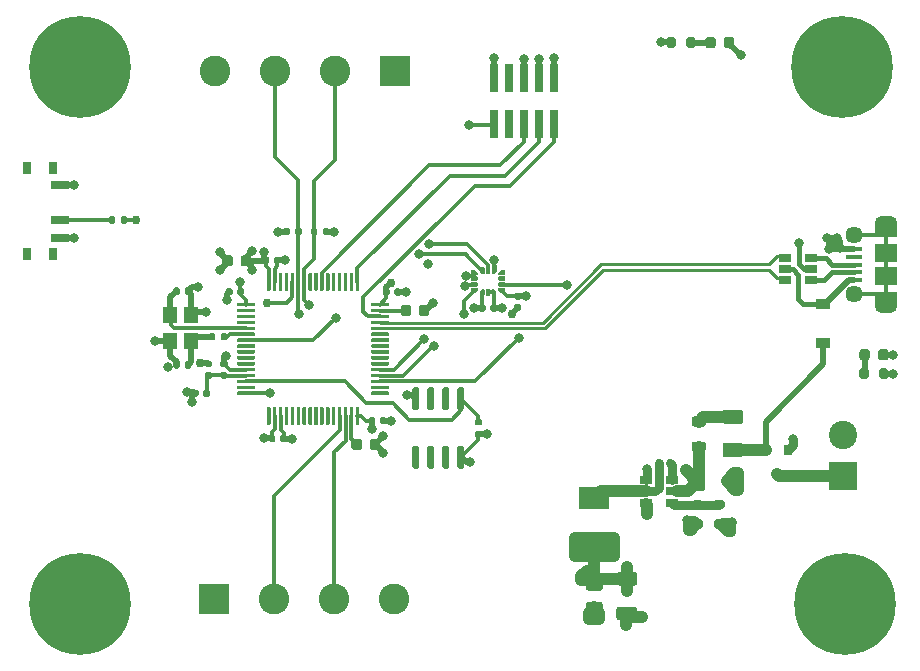
<source format=gbr>
%TF.GenerationSoftware,KiCad,Pcbnew,(5.1.7)-1*%
%TF.CreationDate,2021-01-30T20:15:53-05:00*%
%TF.ProjectId,STM32F4_Eval,53544d33-3246-4345-9f45-76616c2e6b69,rev?*%
%TF.SameCoordinates,Original*%
%TF.FileFunction,Copper,L1,Top*%
%TF.FilePolarity,Positive*%
%FSLAX46Y46*%
G04 Gerber Fmt 4.6, Leading zero omitted, Abs format (unit mm)*
G04 Created by KiCad (PCBNEW (5.1.7)-1) date 2021-01-30 20:15:53*
%MOMM*%
%LPD*%
G01*
G04 APERTURE LIST*
%TA.AperFunction,SMDPad,CuDef*%
%ADD10R,1.060000X0.650000*%
%TD*%
%TA.AperFunction,SMDPad,CuDef*%
%ADD11R,1.900000X1.500000*%
%TD*%
%TA.AperFunction,ComponentPad*%
%ADD12C,1.450000*%
%TD*%
%TA.AperFunction,SMDPad,CuDef*%
%ADD13R,1.350000X0.400000*%
%TD*%
%TA.AperFunction,ComponentPad*%
%ADD14O,1.900000X1.200000*%
%TD*%
%TA.AperFunction,SMDPad,CuDef*%
%ADD15R,1.900000X1.200000*%
%TD*%
%TA.AperFunction,SMDPad,CuDef*%
%ADD16R,1.200000X0.900000*%
%TD*%
%TA.AperFunction,ComponentPad*%
%ADD17C,8.600000*%
%TD*%
%TA.AperFunction,ComponentPad*%
%ADD18C,0.900000*%
%TD*%
%TA.AperFunction,ComponentPad*%
%ADD19C,2.400000*%
%TD*%
%TA.AperFunction,ComponentPad*%
%ADD20R,2.400000X2.400000*%
%TD*%
%TA.AperFunction,SMDPad,CuDef*%
%ADD21R,2.500000X1.900000*%
%TD*%
%TA.AperFunction,SMDPad,CuDef*%
%ADD22R,0.800000X0.900000*%
%TD*%
%TA.AperFunction,SMDPad,CuDef*%
%ADD23R,1.200000X1.400000*%
%TD*%
%TA.AperFunction,SMDPad,CuDef*%
%ADD24C,0.100000*%
%TD*%
%TA.AperFunction,SMDPad,CuDef*%
%ADD25R,1.500000X0.700000*%
%TD*%
%TA.AperFunction,SMDPad,CuDef*%
%ADD26R,0.800000X1.000000*%
%TD*%
%TA.AperFunction,ComponentPad*%
%ADD27R,2.600000X2.600000*%
%TD*%
%TA.AperFunction,ComponentPad*%
%ADD28C,2.600000*%
%TD*%
%TA.AperFunction,SMDPad,CuDef*%
%ADD29R,0.740000X2.400000*%
%TD*%
%TA.AperFunction,ViaPad*%
%ADD30C,0.800000*%
%TD*%
%TA.AperFunction,ViaPad*%
%ADD31C,0.750000*%
%TD*%
%TA.AperFunction,Conductor*%
%ADD32C,0.300000*%
%TD*%
%TA.AperFunction,Conductor*%
%ADD33C,1.000000*%
%TD*%
%TA.AperFunction,Conductor*%
%ADD34C,0.500000*%
%TD*%
%TA.AperFunction,Conductor*%
%ADD35C,0.750000*%
%TD*%
%TA.AperFunction,Conductor*%
%ADD36C,0.400000*%
%TD*%
%TA.AperFunction,Conductor*%
%ADD37C,0.261112*%
%TD*%
G04 APERTURE END LIST*
D10*
%TO.P,U2,1*%
%TO.N,GND*%
X154140000Y-110740000D03*
%TO.P,U2,2*%
%TO.N,BUCK_SW*%
X154140000Y-111690000D03*
%TO.P,U2,3*%
%TO.N,BUCK_EN*%
X154140000Y-112640000D03*
%TO.P,U2,4*%
%TO.N,BUCK_FB*%
X156340000Y-112640000D03*
%TO.P,U2,6*%
%TO.N,BUCK_BST*%
X156340000Y-110740000D03*
%TO.P,U2,5*%
%TO.N,BUCK_EN*%
X156340000Y-111690000D03*
%TD*%
%TO.P,C14,2*%
%TO.N,BUCK_BST*%
%TA.AperFunction,SMDPad,CuDef*%
G36*
G01*
X155910000Y-109470000D02*
X155910000Y-109130000D01*
G75*
G02*
X156050000Y-108990000I140000J0D01*
G01*
X156330000Y-108990000D01*
G75*
G02*
X156470000Y-109130000I0J-140000D01*
G01*
X156470000Y-109470000D01*
G75*
G02*
X156330000Y-109610000I-140000J0D01*
G01*
X156050000Y-109610000D01*
G75*
G02*
X155910000Y-109470000I0J140000D01*
G01*
G37*
%TD.AperFunction*%
%TO.P,C14,1*%
%TO.N,BUCK_SW*%
%TA.AperFunction,SMDPad,CuDef*%
G36*
G01*
X154950000Y-109470000D02*
X154950000Y-109130000D01*
G75*
G02*
X155090000Y-108990000I140000J0D01*
G01*
X155370000Y-108990000D01*
G75*
G02*
X155510000Y-109130000I0J-140000D01*
G01*
X155510000Y-109470000D01*
G75*
G02*
X155370000Y-109610000I-140000J0D01*
G01*
X155090000Y-109610000D01*
G75*
G02*
X154950000Y-109470000I0J140000D01*
G01*
G37*
%TD.AperFunction*%
%TD*%
D11*
%TO.P,J2,6*%
%TO.N,Net-(J2-Pad6)*%
X174487500Y-91500000D03*
D12*
X171787500Y-95000000D03*
D13*
%TO.P,J2,2*%
%TO.N,USB_CONN_D-*%
X171787500Y-93150000D03*
%TO.P,J2,1*%
%TO.N,+5V*%
X171787500Y-93800000D03*
%TO.P,J2,5*%
%TO.N,GND*%
X171787500Y-91200000D03*
%TO.P,J2,4*%
%TO.N,Net-(J2-Pad4)*%
X171787500Y-91850000D03*
%TO.P,J2,3*%
%TO.N,USB_CONN_D+*%
X171787500Y-92500000D03*
D12*
%TO.P,J2,6*%
%TO.N,Net-(J2-Pad6)*%
X171787500Y-90000000D03*
D11*
X174487500Y-93500000D03*
D14*
X174487500Y-96000000D03*
X174487500Y-89000000D03*
D15*
X174487500Y-89600000D03*
X174487500Y-95400000D03*
%TD*%
%TO.P,R1,2*%
%TO.N,BOOT0*%
%TA.AperFunction,SMDPad,CuDef*%
G36*
G01*
X109680000Y-88925000D02*
X109680000Y-88555000D01*
G75*
G02*
X109815000Y-88420000I135000J0D01*
G01*
X110085000Y-88420000D01*
G75*
G02*
X110220000Y-88555000I0J-135000D01*
G01*
X110220000Y-88925000D01*
G75*
G02*
X110085000Y-89060000I-135000J0D01*
G01*
X109815000Y-89060000D01*
G75*
G02*
X109680000Y-88925000I0J135000D01*
G01*
G37*
%TD.AperFunction*%
%TO.P,R1,1*%
%TO.N,Net-(R1-Pad1)*%
%TA.AperFunction,SMDPad,CuDef*%
G36*
G01*
X108660000Y-88925000D02*
X108660000Y-88555000D01*
G75*
G02*
X108795000Y-88420000I135000J0D01*
G01*
X109065000Y-88420000D01*
G75*
G02*
X109200000Y-88555000I0J-135000D01*
G01*
X109200000Y-88925000D01*
G75*
G02*
X109065000Y-89060000I-135000J0D01*
G01*
X108795000Y-89060000D01*
G75*
G02*
X108660000Y-88925000I0J135000D01*
G01*
G37*
%TD.AperFunction*%
%TD*%
%TO.P,D2,1*%
%TO.N,Net-(D2-Pad1)*%
%TA.AperFunction,SMDPad,CuDef*%
G36*
G01*
X159162500Y-73956250D02*
X159162500Y-73443750D01*
G75*
G02*
X159381250Y-73225000I218750J0D01*
G01*
X159818750Y-73225000D01*
G75*
G02*
X160037500Y-73443750I0J-218750D01*
G01*
X160037500Y-73956250D01*
G75*
G02*
X159818750Y-74175000I-218750J0D01*
G01*
X159381250Y-74175000D01*
G75*
G02*
X159162500Y-73956250I0J218750D01*
G01*
G37*
%TD.AperFunction*%
%TO.P,D2,2*%
%TO.N,LED_STATUS*%
%TA.AperFunction,SMDPad,CuDef*%
G36*
G01*
X160737500Y-73956250D02*
X160737500Y-73443750D01*
G75*
G02*
X160956250Y-73225000I218750J0D01*
G01*
X161393750Y-73225000D01*
G75*
G02*
X161612500Y-73443750I0J-218750D01*
G01*
X161612500Y-73956250D01*
G75*
G02*
X161393750Y-74175000I-218750J0D01*
G01*
X160956250Y-74175000D01*
G75*
G02*
X160737500Y-73956250I0J218750D01*
G01*
G37*
%TD.AperFunction*%
%TD*%
%TO.P,L1,1*%
%TO.N,+3V3*%
%TA.AperFunction,SMDPad,CuDef*%
G36*
G01*
X115665000Y-103572500D02*
X115665000Y-103227500D01*
G75*
G02*
X115812500Y-103080000I147500J0D01*
G01*
X116107500Y-103080000D01*
G75*
G02*
X116255000Y-103227500I0J-147500D01*
G01*
X116255000Y-103572500D01*
G75*
G02*
X116107500Y-103720000I-147500J0D01*
G01*
X115812500Y-103720000D01*
G75*
G02*
X115665000Y-103572500I0J147500D01*
G01*
G37*
%TD.AperFunction*%
%TO.P,L1,2*%
%TO.N,+3.3VA*%
%TA.AperFunction,SMDPad,CuDef*%
G36*
G01*
X116635000Y-103572500D02*
X116635000Y-103227500D01*
G75*
G02*
X116782500Y-103080000I147500J0D01*
G01*
X117077500Y-103080000D01*
G75*
G02*
X117225000Y-103227500I0J-147500D01*
G01*
X117225000Y-103572500D01*
G75*
G02*
X117077500Y-103720000I-147500J0D01*
G01*
X116782500Y-103720000D01*
G75*
G02*
X116635000Y-103572500I0J147500D01*
G01*
G37*
%TD.AperFunction*%
%TD*%
D16*
%TO.P,D3,1*%
%TO.N,Net-(D3-Pad1)*%
X169150000Y-99150000D03*
%TO.P,D3,2*%
%TO.N,+5V*%
X169150000Y-95850000D03*
%TD*%
D17*
%TO.P,H2,1*%
%TO.N,GND*%
X106250000Y-121250000D03*
D18*
X109475000Y-121250000D03*
X108530419Y-123530419D03*
X106250000Y-124475000D03*
X103969581Y-123530419D03*
X103025000Y-121250000D03*
X103969581Y-118969581D03*
X106250000Y-118025000D03*
X108530419Y-118969581D03*
%TD*%
D19*
%TO.P,J1,2*%
%TO.N,GND*%
X170800000Y-106900000D03*
D20*
%TO.P,J1,1*%
%TO.N,+12V*%
X170800000Y-110400000D03*
%TD*%
D21*
%TO.P,L2,1*%
%TO.N,BUCK_SW*%
X149760000Y-112270000D03*
%TO.P,L2,2*%
%TO.N,+3V3*%
X149760000Y-116370000D03*
%TD*%
D22*
%TO.P,Q1,3*%
%TO.N,+12V*%
X165230000Y-110190000D03*
%TO.P,Q1,2*%
%TO.N,Net-(D3-Pad1)*%
X164280000Y-108190000D03*
%TO.P,Q1,1*%
%TO.N,GND*%
X166180000Y-108190000D03*
%TD*%
D18*
%TO.P,H3,1*%
%TO.N,GND*%
X173280419Y-118969581D03*
X171000000Y-118025000D03*
X168719581Y-118969581D03*
X167775000Y-121250000D03*
X168719581Y-123530419D03*
X171000000Y-124475000D03*
X173280419Y-123530419D03*
X174225000Y-121250000D03*
D17*
X171000000Y-121250000D03*
%TD*%
D18*
%TO.P,H1,1*%
%TO.N,GND*%
X108530419Y-73469581D03*
X106250000Y-72525000D03*
X103969581Y-73469581D03*
X103025000Y-75750000D03*
X103969581Y-78030419D03*
X106250000Y-78975000D03*
X108530419Y-78030419D03*
X109475000Y-75750000D03*
D17*
X106250000Y-75750000D03*
%TD*%
%TO.P,H4,1*%
%TO.N,GND*%
X170750000Y-75750000D03*
D18*
X173975000Y-75750000D03*
X173030419Y-78030419D03*
X170750000Y-78975000D03*
X168469581Y-78030419D03*
X167525000Y-75750000D03*
X168469581Y-73469581D03*
X170750000Y-72525000D03*
X173030419Y-73469581D03*
%TD*%
%TO.P,F1,1*%
%TO.N,Net-(F1-Pad1)*%
%TA.AperFunction,SMDPad,CuDef*%
G36*
G01*
X160875000Y-104765000D02*
X162125000Y-104765000D01*
G75*
G02*
X162375000Y-105015000I0J-250000D01*
G01*
X162375000Y-105765000D01*
G75*
G02*
X162125000Y-106015000I-250000J0D01*
G01*
X160875000Y-106015000D01*
G75*
G02*
X160625000Y-105765000I0J250000D01*
G01*
X160625000Y-105015000D01*
G75*
G02*
X160875000Y-104765000I250000J0D01*
G01*
G37*
%TD.AperFunction*%
%TO.P,F1,2*%
%TO.N,Net-(D3-Pad1)*%
%TA.AperFunction,SMDPad,CuDef*%
G36*
G01*
X160875000Y-107565000D02*
X162125000Y-107565000D01*
G75*
G02*
X162375000Y-107815000I0J-250000D01*
G01*
X162375000Y-108565000D01*
G75*
G02*
X162125000Y-108815000I-250000J0D01*
G01*
X160875000Y-108815000D01*
G75*
G02*
X160625000Y-108565000I0J250000D01*
G01*
X160625000Y-107815000D01*
G75*
G02*
X160875000Y-107565000I250000J0D01*
G01*
G37*
%TD.AperFunction*%
%TD*%
%TO.P,C1,1*%
%TO.N,+3V3*%
%TA.AperFunction,SMDPad,CuDef*%
G36*
G01*
X120725000Y-91925000D02*
X120725000Y-92425000D01*
G75*
G02*
X120500000Y-92650000I-225000J0D01*
G01*
X120050000Y-92650000D01*
G75*
G02*
X119825000Y-92425000I0J225000D01*
G01*
X119825000Y-91925000D01*
G75*
G02*
X120050000Y-91700000I225000J0D01*
G01*
X120500000Y-91700000D01*
G75*
G02*
X120725000Y-91925000I0J-225000D01*
G01*
G37*
%TD.AperFunction*%
%TO.P,C1,2*%
%TO.N,GND*%
%TA.AperFunction,SMDPad,CuDef*%
G36*
G01*
X119175000Y-91925000D02*
X119175000Y-92425000D01*
G75*
G02*
X118950000Y-92650000I-225000J0D01*
G01*
X118500000Y-92650000D01*
G75*
G02*
X118275000Y-92425000I0J225000D01*
G01*
X118275000Y-91925000D01*
G75*
G02*
X118500000Y-91700000I225000J0D01*
G01*
X118950000Y-91700000D01*
G75*
G02*
X119175000Y-91925000I0J-225000D01*
G01*
G37*
%TD.AperFunction*%
%TD*%
%TO.P,C5,1*%
%TO.N,+3V3*%
%TA.AperFunction,SMDPad,CuDef*%
G36*
G01*
X131870000Y-94990000D02*
X131870000Y-94650000D01*
G75*
G02*
X132010000Y-94510000I140000J0D01*
G01*
X132290000Y-94510000D01*
G75*
G02*
X132430000Y-94650000I0J-140000D01*
G01*
X132430000Y-94990000D01*
G75*
G02*
X132290000Y-95130000I-140000J0D01*
G01*
X132010000Y-95130000D01*
G75*
G02*
X131870000Y-94990000I0J140000D01*
G01*
G37*
%TD.AperFunction*%
%TO.P,C5,2*%
%TO.N,GND*%
%TA.AperFunction,SMDPad,CuDef*%
G36*
G01*
X132830000Y-94990000D02*
X132830000Y-94650000D01*
G75*
G02*
X132970000Y-94510000I140000J0D01*
G01*
X133250000Y-94510000D01*
G75*
G02*
X133390000Y-94650000I0J-140000D01*
G01*
X133390000Y-94990000D01*
G75*
G02*
X133250000Y-95130000I-140000J0D01*
G01*
X132970000Y-95130000D01*
G75*
G02*
X132830000Y-94990000I0J140000D01*
G01*
G37*
%TD.AperFunction*%
%TD*%
%TO.P,C7,1*%
%TO.N,+3.3VA*%
%TA.AperFunction,SMDPad,CuDef*%
G36*
G01*
X117280000Y-102148000D02*
X116940000Y-102148000D01*
G75*
G02*
X116800000Y-102008000I0J140000D01*
G01*
X116800000Y-101728000D01*
G75*
G02*
X116940000Y-101588000I140000J0D01*
G01*
X117280000Y-101588000D01*
G75*
G02*
X117420000Y-101728000I0J-140000D01*
G01*
X117420000Y-102008000D01*
G75*
G02*
X117280000Y-102148000I-140000J0D01*
G01*
G37*
%TD.AperFunction*%
%TO.P,C7,2*%
%TO.N,GND*%
%TA.AperFunction,SMDPad,CuDef*%
G36*
G01*
X117280000Y-101188000D02*
X116940000Y-101188000D01*
G75*
G02*
X116800000Y-101048000I0J140000D01*
G01*
X116800000Y-100768000D01*
G75*
G02*
X116940000Y-100628000I140000J0D01*
G01*
X117280000Y-100628000D01*
G75*
G02*
X117420000Y-100768000I0J-140000D01*
G01*
X117420000Y-101048000D01*
G75*
G02*
X117280000Y-101188000I-140000J0D01*
G01*
G37*
%TD.AperFunction*%
%TD*%
%TO.P,C2,1*%
%TO.N,+3V3*%
%TA.AperFunction,SMDPad,CuDef*%
G36*
G01*
X120100000Y-94620000D02*
X120100000Y-94960000D01*
G75*
G02*
X119960000Y-95100000I-140000J0D01*
G01*
X119680000Y-95100000D01*
G75*
G02*
X119540000Y-94960000I0J140000D01*
G01*
X119540000Y-94620000D01*
G75*
G02*
X119680000Y-94480000I140000J0D01*
G01*
X119960000Y-94480000D01*
G75*
G02*
X120100000Y-94620000I0J-140000D01*
G01*
G37*
%TD.AperFunction*%
%TO.P,C2,2*%
%TO.N,GND*%
%TA.AperFunction,SMDPad,CuDef*%
G36*
G01*
X119140000Y-94620000D02*
X119140000Y-94960000D01*
G75*
G02*
X119000000Y-95100000I-140000J0D01*
G01*
X118720000Y-95100000D01*
G75*
G02*
X118580000Y-94960000I0J140000D01*
G01*
X118580000Y-94620000D01*
G75*
G02*
X118720000Y-94480000I140000J0D01*
G01*
X119000000Y-94480000D01*
G75*
G02*
X119140000Y-94620000I0J-140000D01*
G01*
G37*
%TD.AperFunction*%
%TD*%
%TO.P,C3,2*%
%TO.N,GND*%
%TA.AperFunction,SMDPad,CuDef*%
G36*
G01*
X122770000Y-107050000D02*
X122770000Y-107390000D01*
G75*
G02*
X122630000Y-107530000I-140000J0D01*
G01*
X122350000Y-107530000D01*
G75*
G02*
X122210000Y-107390000I0J140000D01*
G01*
X122210000Y-107050000D01*
G75*
G02*
X122350000Y-106910000I140000J0D01*
G01*
X122630000Y-106910000D01*
G75*
G02*
X122770000Y-107050000I0J-140000D01*
G01*
G37*
%TD.AperFunction*%
%TO.P,C3,1*%
%TO.N,+3V3*%
%TA.AperFunction,SMDPad,CuDef*%
G36*
G01*
X123730000Y-107050000D02*
X123730000Y-107390000D01*
G75*
G02*
X123590000Y-107530000I-140000J0D01*
G01*
X123310000Y-107530000D01*
G75*
G02*
X123170000Y-107390000I0J140000D01*
G01*
X123170000Y-107050000D01*
G75*
G02*
X123310000Y-106910000I140000J0D01*
G01*
X123590000Y-106910000D01*
G75*
G02*
X123730000Y-107050000I0J-140000D01*
G01*
G37*
%TD.AperFunction*%
%TD*%
%TO.P,C6,2*%
%TO.N,GND*%
%TA.AperFunction,SMDPad,CuDef*%
G36*
G01*
X122650000Y-92290000D02*
X122650000Y-91950000D01*
G75*
G02*
X122790000Y-91810000I140000J0D01*
G01*
X123070000Y-91810000D01*
G75*
G02*
X123210000Y-91950000I0J-140000D01*
G01*
X123210000Y-92290000D01*
G75*
G02*
X123070000Y-92430000I-140000J0D01*
G01*
X122790000Y-92430000D01*
G75*
G02*
X122650000Y-92290000I0J140000D01*
G01*
G37*
%TD.AperFunction*%
%TO.P,C6,1*%
%TO.N,+3V3*%
%TA.AperFunction,SMDPad,CuDef*%
G36*
G01*
X121690000Y-92290000D02*
X121690000Y-91950000D01*
G75*
G02*
X121830000Y-91810000I140000J0D01*
G01*
X122110000Y-91810000D01*
G75*
G02*
X122250000Y-91950000I0J-140000D01*
G01*
X122250000Y-92290000D01*
G75*
G02*
X122110000Y-92430000I-140000J0D01*
G01*
X121830000Y-92430000D01*
G75*
G02*
X121690000Y-92290000I0J140000D01*
G01*
G37*
%TD.AperFunction*%
%TD*%
%TO.P,C4,2*%
%TO.N,GND*%
%TA.AperFunction,SMDPad,CuDef*%
G36*
G01*
X131610000Y-105890000D02*
X131610000Y-105550000D01*
G75*
G02*
X131750000Y-105410000I140000J0D01*
G01*
X132030000Y-105410000D01*
G75*
G02*
X132170000Y-105550000I0J-140000D01*
G01*
X132170000Y-105890000D01*
G75*
G02*
X132030000Y-106030000I-140000J0D01*
G01*
X131750000Y-106030000D01*
G75*
G02*
X131610000Y-105890000I0J140000D01*
G01*
G37*
%TD.AperFunction*%
%TO.P,C4,1*%
%TO.N,+3V3*%
%TA.AperFunction,SMDPad,CuDef*%
G36*
G01*
X130650000Y-105890000D02*
X130650000Y-105550000D01*
G75*
G02*
X130790000Y-105410000I140000J0D01*
G01*
X131070000Y-105410000D01*
G75*
G02*
X131210000Y-105550000I0J-140000D01*
G01*
X131210000Y-105890000D01*
G75*
G02*
X131070000Y-106030000I-140000J0D01*
G01*
X130790000Y-106030000D01*
G75*
G02*
X130650000Y-105890000I0J140000D01*
G01*
G37*
%TD.AperFunction*%
%TD*%
%TO.P,C8,2*%
%TO.N,GND*%
%TA.AperFunction,SMDPad,CuDef*%
G36*
G01*
X118570000Y-101188000D02*
X118230000Y-101188000D01*
G75*
G02*
X118090000Y-101048000I0J140000D01*
G01*
X118090000Y-100768000D01*
G75*
G02*
X118230000Y-100628000I140000J0D01*
G01*
X118570000Y-100628000D01*
G75*
G02*
X118710000Y-100768000I0J-140000D01*
G01*
X118710000Y-101048000D01*
G75*
G02*
X118570000Y-101188000I-140000J0D01*
G01*
G37*
%TD.AperFunction*%
%TO.P,C8,1*%
%TO.N,+3.3VA*%
%TA.AperFunction,SMDPad,CuDef*%
G36*
G01*
X118570000Y-102148000D02*
X118230000Y-102148000D01*
G75*
G02*
X118090000Y-102008000I0J140000D01*
G01*
X118090000Y-101728000D01*
G75*
G02*
X118230000Y-101588000I140000J0D01*
G01*
X118570000Y-101588000D01*
G75*
G02*
X118710000Y-101728000I0J-140000D01*
G01*
X118710000Y-102008000D01*
G75*
G02*
X118570000Y-102148000I-140000J0D01*
G01*
G37*
%TD.AperFunction*%
%TD*%
%TO.P,R2,1*%
%TO.N,Net-(D2-Pad1)*%
%TA.AperFunction,SMDPad,CuDef*%
G36*
G01*
X158325000Y-73425000D02*
X158325000Y-73975000D01*
G75*
G02*
X158125000Y-74175000I-200000J0D01*
G01*
X157725000Y-74175000D01*
G75*
G02*
X157525000Y-73975000I0J200000D01*
G01*
X157525000Y-73425000D01*
G75*
G02*
X157725000Y-73225000I200000J0D01*
G01*
X158125000Y-73225000D01*
G75*
G02*
X158325000Y-73425000I0J-200000D01*
G01*
G37*
%TD.AperFunction*%
%TO.P,R2,2*%
%TO.N,GND*%
%TA.AperFunction,SMDPad,CuDef*%
G36*
G01*
X156675000Y-73425000D02*
X156675000Y-73975000D01*
G75*
G02*
X156475000Y-74175000I-200000J0D01*
G01*
X156075000Y-74175000D01*
G75*
G02*
X155875000Y-73975000I0J200000D01*
G01*
X155875000Y-73425000D01*
G75*
G02*
X156075000Y-73225000I200000J0D01*
G01*
X156475000Y-73225000D01*
G75*
G02*
X156675000Y-73425000I0J-200000D01*
G01*
G37*
%TD.AperFunction*%
%TD*%
%TO.P,R11,2*%
%TO.N,GND*%
%TA.AperFunction,SMDPad,CuDef*%
G36*
G01*
X173865000Y-102005000D02*
X173865000Y-101455000D01*
G75*
G02*
X174065000Y-101255000I200000J0D01*
G01*
X174465000Y-101255000D01*
G75*
G02*
X174665000Y-101455000I0J-200000D01*
G01*
X174665000Y-102005000D01*
G75*
G02*
X174465000Y-102205000I-200000J0D01*
G01*
X174065000Y-102205000D01*
G75*
G02*
X173865000Y-102005000I0J200000D01*
G01*
G37*
%TD.AperFunction*%
%TO.P,R11,1*%
%TO.N,Net-(D1-Pad1)*%
%TA.AperFunction,SMDPad,CuDef*%
G36*
G01*
X172215000Y-102005000D02*
X172215000Y-101455000D01*
G75*
G02*
X172415000Y-101255000I200000J0D01*
G01*
X172815000Y-101255000D01*
G75*
G02*
X173015000Y-101455000I0J-200000D01*
G01*
X173015000Y-102005000D01*
G75*
G02*
X172815000Y-102205000I-200000J0D01*
G01*
X172415000Y-102205000D01*
G75*
G02*
X172215000Y-102005000I0J200000D01*
G01*
G37*
%TD.AperFunction*%
%TD*%
D23*
%TO.P,Y1,4*%
%TO.N,GND*%
X115575000Y-96775000D03*
%TO.P,Y1,3*%
%TO.N,Net-(C12-Pad1)*%
X115575000Y-98975000D03*
%TO.P,Y1,2*%
%TO.N,GND*%
X113875000Y-98975000D03*
%TO.P,Y1,1*%
%TO.N,HSE_IN*%
X113875000Y-96775000D03*
%TD*%
%TO.P,R9,1*%
%TO.N,BUCK_FB*%
%TA.AperFunction,SMDPad,CuDef*%
G36*
G01*
X160065000Y-112420000D02*
X160615000Y-112420000D01*
G75*
G02*
X160815000Y-112620000I0J-200000D01*
G01*
X160815000Y-113020000D01*
G75*
G02*
X160615000Y-113220000I-200000J0D01*
G01*
X160065000Y-113220000D01*
G75*
G02*
X159865000Y-113020000I0J200000D01*
G01*
X159865000Y-112620000D01*
G75*
G02*
X160065000Y-112420000I200000J0D01*
G01*
G37*
%TD.AperFunction*%
%TO.P,R9,2*%
%TO.N,GND*%
%TA.AperFunction,SMDPad,CuDef*%
G36*
G01*
X160065000Y-114070000D02*
X160615000Y-114070000D01*
G75*
G02*
X160815000Y-114270000I0J-200000D01*
G01*
X160815000Y-114670000D01*
G75*
G02*
X160615000Y-114870000I-200000J0D01*
G01*
X160065000Y-114870000D01*
G75*
G02*
X159865000Y-114670000I0J200000D01*
G01*
X159865000Y-114270000D01*
G75*
G02*
X160065000Y-114070000I200000J0D01*
G01*
G37*
%TD.AperFunction*%
%TD*%
%TO.P,U1,1*%
%TO.N,+3V3*%
%TA.AperFunction,SMDPad,CuDef*%
G36*
G01*
X119500000Y-95963000D02*
X119500000Y-95813000D01*
G75*
G02*
X119575000Y-95738000I75000J0D01*
G01*
X120975000Y-95738000D01*
G75*
G02*
X121050000Y-95813000I0J-75000D01*
G01*
X121050000Y-95963000D01*
G75*
G02*
X120975000Y-96038000I-75000J0D01*
G01*
X119575000Y-96038000D01*
G75*
G02*
X119500000Y-95963000I0J75000D01*
G01*
G37*
%TD.AperFunction*%
%TO.P,U1,2*%
%TO.N,Net-(U1-Pad2)*%
%TA.AperFunction,SMDPad,CuDef*%
G36*
G01*
X119500000Y-96463000D02*
X119500000Y-96313000D01*
G75*
G02*
X119575000Y-96238000I75000J0D01*
G01*
X120975000Y-96238000D01*
G75*
G02*
X121050000Y-96313000I0J-75000D01*
G01*
X121050000Y-96463000D01*
G75*
G02*
X120975000Y-96538000I-75000J0D01*
G01*
X119575000Y-96538000D01*
G75*
G02*
X119500000Y-96463000I0J75000D01*
G01*
G37*
%TD.AperFunction*%
%TO.P,U1,3*%
%TO.N,Net-(U1-Pad3)*%
%TA.AperFunction,SMDPad,CuDef*%
G36*
G01*
X119500000Y-96963000D02*
X119500000Y-96813000D01*
G75*
G02*
X119575000Y-96738000I75000J0D01*
G01*
X120975000Y-96738000D01*
G75*
G02*
X121050000Y-96813000I0J-75000D01*
G01*
X121050000Y-96963000D01*
G75*
G02*
X120975000Y-97038000I-75000J0D01*
G01*
X119575000Y-97038000D01*
G75*
G02*
X119500000Y-96963000I0J75000D01*
G01*
G37*
%TD.AperFunction*%
%TO.P,U1,4*%
%TO.N,Net-(U1-Pad4)*%
%TA.AperFunction,SMDPad,CuDef*%
G36*
G01*
X119500000Y-97463000D02*
X119500000Y-97313000D01*
G75*
G02*
X119575000Y-97238000I75000J0D01*
G01*
X120975000Y-97238000D01*
G75*
G02*
X121050000Y-97313000I0J-75000D01*
G01*
X121050000Y-97463000D01*
G75*
G02*
X120975000Y-97538000I-75000J0D01*
G01*
X119575000Y-97538000D01*
G75*
G02*
X119500000Y-97463000I0J75000D01*
G01*
G37*
%TD.AperFunction*%
%TO.P,U1,5*%
%TO.N,HSE_IN*%
%TA.AperFunction,SMDPad,CuDef*%
G36*
G01*
X119500000Y-97963000D02*
X119500000Y-97813000D01*
G75*
G02*
X119575000Y-97738000I75000J0D01*
G01*
X120975000Y-97738000D01*
G75*
G02*
X121050000Y-97813000I0J-75000D01*
G01*
X121050000Y-97963000D01*
G75*
G02*
X120975000Y-98038000I-75000J0D01*
G01*
X119575000Y-98038000D01*
G75*
G02*
X119500000Y-97963000I0J75000D01*
G01*
G37*
%TD.AperFunction*%
%TO.P,U1,6*%
%TO.N,HSE_OUT*%
%TA.AperFunction,SMDPad,CuDef*%
G36*
G01*
X119500000Y-98463000D02*
X119500000Y-98313000D01*
G75*
G02*
X119575000Y-98238000I75000J0D01*
G01*
X120975000Y-98238000D01*
G75*
G02*
X121050000Y-98313000I0J-75000D01*
G01*
X121050000Y-98463000D01*
G75*
G02*
X120975000Y-98538000I-75000J0D01*
G01*
X119575000Y-98538000D01*
G75*
G02*
X119500000Y-98463000I0J75000D01*
G01*
G37*
%TD.AperFunction*%
%TO.P,U1,7*%
%TO.N,NRST*%
%TA.AperFunction,SMDPad,CuDef*%
G36*
G01*
X119500000Y-98963000D02*
X119500000Y-98813000D01*
G75*
G02*
X119575000Y-98738000I75000J0D01*
G01*
X120975000Y-98738000D01*
G75*
G02*
X121050000Y-98813000I0J-75000D01*
G01*
X121050000Y-98963000D01*
G75*
G02*
X120975000Y-99038000I-75000J0D01*
G01*
X119575000Y-99038000D01*
G75*
G02*
X119500000Y-98963000I0J75000D01*
G01*
G37*
%TD.AperFunction*%
%TO.P,U1,8*%
%TO.N,Net-(U1-Pad8)*%
%TA.AperFunction,SMDPad,CuDef*%
G36*
G01*
X119500000Y-99463000D02*
X119500000Y-99313000D01*
G75*
G02*
X119575000Y-99238000I75000J0D01*
G01*
X120975000Y-99238000D01*
G75*
G02*
X121050000Y-99313000I0J-75000D01*
G01*
X121050000Y-99463000D01*
G75*
G02*
X120975000Y-99538000I-75000J0D01*
G01*
X119575000Y-99538000D01*
G75*
G02*
X119500000Y-99463000I0J75000D01*
G01*
G37*
%TD.AperFunction*%
%TO.P,U1,9*%
%TO.N,Net-(U1-Pad9)*%
%TA.AperFunction,SMDPad,CuDef*%
G36*
G01*
X119500000Y-99963000D02*
X119500000Y-99813000D01*
G75*
G02*
X119575000Y-99738000I75000J0D01*
G01*
X120975000Y-99738000D01*
G75*
G02*
X121050000Y-99813000I0J-75000D01*
G01*
X121050000Y-99963000D01*
G75*
G02*
X120975000Y-100038000I-75000J0D01*
G01*
X119575000Y-100038000D01*
G75*
G02*
X119500000Y-99963000I0J75000D01*
G01*
G37*
%TD.AperFunction*%
%TO.P,U1,10*%
%TO.N,Net-(U1-Pad10)*%
%TA.AperFunction,SMDPad,CuDef*%
G36*
G01*
X119500000Y-100463000D02*
X119500000Y-100313000D01*
G75*
G02*
X119575000Y-100238000I75000J0D01*
G01*
X120975000Y-100238000D01*
G75*
G02*
X121050000Y-100313000I0J-75000D01*
G01*
X121050000Y-100463000D01*
G75*
G02*
X120975000Y-100538000I-75000J0D01*
G01*
X119575000Y-100538000D01*
G75*
G02*
X119500000Y-100463000I0J75000D01*
G01*
G37*
%TD.AperFunction*%
%TO.P,U1,11*%
%TO.N,Net-(U1-Pad11)*%
%TA.AperFunction,SMDPad,CuDef*%
G36*
G01*
X119500000Y-100963000D02*
X119500000Y-100813000D01*
G75*
G02*
X119575000Y-100738000I75000J0D01*
G01*
X120975000Y-100738000D01*
G75*
G02*
X121050000Y-100813000I0J-75000D01*
G01*
X121050000Y-100963000D01*
G75*
G02*
X120975000Y-101038000I-75000J0D01*
G01*
X119575000Y-101038000D01*
G75*
G02*
X119500000Y-100963000I0J75000D01*
G01*
G37*
%TD.AperFunction*%
%TO.P,U1,12*%
%TO.N,GND*%
%TA.AperFunction,SMDPad,CuDef*%
G36*
G01*
X119500000Y-101463000D02*
X119500000Y-101313000D01*
G75*
G02*
X119575000Y-101238000I75000J0D01*
G01*
X120975000Y-101238000D01*
G75*
G02*
X121050000Y-101313000I0J-75000D01*
G01*
X121050000Y-101463000D01*
G75*
G02*
X120975000Y-101538000I-75000J0D01*
G01*
X119575000Y-101538000D01*
G75*
G02*
X119500000Y-101463000I0J75000D01*
G01*
G37*
%TD.AperFunction*%
%TO.P,U1,13*%
%TO.N,+3.3VA*%
%TA.AperFunction,SMDPad,CuDef*%
G36*
G01*
X119500000Y-101963000D02*
X119500000Y-101813000D01*
G75*
G02*
X119575000Y-101738000I75000J0D01*
G01*
X120975000Y-101738000D01*
G75*
G02*
X121050000Y-101813000I0J-75000D01*
G01*
X121050000Y-101963000D01*
G75*
G02*
X120975000Y-102038000I-75000J0D01*
G01*
X119575000Y-102038000D01*
G75*
G02*
X119500000Y-101963000I0J75000D01*
G01*
G37*
%TD.AperFunction*%
%TO.P,U1,14*%
%TO.N,SYS_TEMP*%
%TA.AperFunction,SMDPad,CuDef*%
G36*
G01*
X119500000Y-102463000D02*
X119500000Y-102313000D01*
G75*
G02*
X119575000Y-102238000I75000J0D01*
G01*
X120975000Y-102238000D01*
G75*
G02*
X121050000Y-102313000I0J-75000D01*
G01*
X121050000Y-102463000D01*
G75*
G02*
X120975000Y-102538000I-75000J0D01*
G01*
X119575000Y-102538000D01*
G75*
G02*
X119500000Y-102463000I0J75000D01*
G01*
G37*
%TD.AperFunction*%
%TO.P,U1,15*%
%TO.N,Net-(U1-Pad15)*%
%TA.AperFunction,SMDPad,CuDef*%
G36*
G01*
X119500000Y-102963000D02*
X119500000Y-102813000D01*
G75*
G02*
X119575000Y-102738000I75000J0D01*
G01*
X120975000Y-102738000D01*
G75*
G02*
X121050000Y-102813000I0J-75000D01*
G01*
X121050000Y-102963000D01*
G75*
G02*
X120975000Y-103038000I-75000J0D01*
G01*
X119575000Y-103038000D01*
G75*
G02*
X119500000Y-102963000I0J75000D01*
G01*
G37*
%TD.AperFunction*%
%TO.P,U1,16*%
%TO.N,LED_STATUS*%
%TA.AperFunction,SMDPad,CuDef*%
G36*
G01*
X119500000Y-103463000D02*
X119500000Y-103313000D01*
G75*
G02*
X119575000Y-103238000I75000J0D01*
G01*
X120975000Y-103238000D01*
G75*
G02*
X121050000Y-103313000I0J-75000D01*
G01*
X121050000Y-103463000D01*
G75*
G02*
X120975000Y-103538000I-75000J0D01*
G01*
X119575000Y-103538000D01*
G75*
G02*
X119500000Y-103463000I0J75000D01*
G01*
G37*
%TD.AperFunction*%
%TO.P,U1,17*%
%TO.N,Net-(U1-Pad17)*%
%TA.AperFunction,SMDPad,CuDef*%
G36*
G01*
X122050000Y-106013000D02*
X122050000Y-104613000D01*
G75*
G02*
X122125000Y-104538000I75000J0D01*
G01*
X122275000Y-104538000D01*
G75*
G02*
X122350000Y-104613000I0J-75000D01*
G01*
X122350000Y-106013000D01*
G75*
G02*
X122275000Y-106088000I-75000J0D01*
G01*
X122125000Y-106088000D01*
G75*
G02*
X122050000Y-106013000I0J75000D01*
G01*
G37*
%TD.AperFunction*%
%TO.P,U1,18*%
%TO.N,GND*%
%TA.AperFunction,SMDPad,CuDef*%
G36*
G01*
X122550000Y-106013000D02*
X122550000Y-104613000D01*
G75*
G02*
X122625000Y-104538000I75000J0D01*
G01*
X122775000Y-104538000D01*
G75*
G02*
X122850000Y-104613000I0J-75000D01*
G01*
X122850000Y-106013000D01*
G75*
G02*
X122775000Y-106088000I-75000J0D01*
G01*
X122625000Y-106088000D01*
G75*
G02*
X122550000Y-106013000I0J75000D01*
G01*
G37*
%TD.AperFunction*%
%TO.P,U1,19*%
%TO.N,+3V3*%
%TA.AperFunction,SMDPad,CuDef*%
G36*
G01*
X123050000Y-106013000D02*
X123050000Y-104613000D01*
G75*
G02*
X123125000Y-104538000I75000J0D01*
G01*
X123275000Y-104538000D01*
G75*
G02*
X123350000Y-104613000I0J-75000D01*
G01*
X123350000Y-106013000D01*
G75*
G02*
X123275000Y-106088000I-75000J0D01*
G01*
X123125000Y-106088000D01*
G75*
G02*
X123050000Y-106013000I0J75000D01*
G01*
G37*
%TD.AperFunction*%
%TO.P,U1,20*%
%TO.N,Net-(U1-Pad20)*%
%TA.AperFunction,SMDPad,CuDef*%
G36*
G01*
X123550000Y-106013000D02*
X123550000Y-104613000D01*
G75*
G02*
X123625000Y-104538000I75000J0D01*
G01*
X123775000Y-104538000D01*
G75*
G02*
X123850000Y-104613000I0J-75000D01*
G01*
X123850000Y-106013000D01*
G75*
G02*
X123775000Y-106088000I-75000J0D01*
G01*
X123625000Y-106088000D01*
G75*
G02*
X123550000Y-106013000I0J75000D01*
G01*
G37*
%TD.AperFunction*%
%TO.P,U1,21*%
%TO.N,Net-(U1-Pad21)*%
%TA.AperFunction,SMDPad,CuDef*%
G36*
G01*
X124050000Y-106013000D02*
X124050000Y-104613000D01*
G75*
G02*
X124125000Y-104538000I75000J0D01*
G01*
X124275000Y-104538000D01*
G75*
G02*
X124350000Y-104613000I0J-75000D01*
G01*
X124350000Y-106013000D01*
G75*
G02*
X124275000Y-106088000I-75000J0D01*
G01*
X124125000Y-106088000D01*
G75*
G02*
X124050000Y-106013000I0J75000D01*
G01*
G37*
%TD.AperFunction*%
%TO.P,U1,22*%
%TO.N,Net-(U1-Pad22)*%
%TA.AperFunction,SMDPad,CuDef*%
G36*
G01*
X124550000Y-106013000D02*
X124550000Y-104613000D01*
G75*
G02*
X124625000Y-104538000I75000J0D01*
G01*
X124775000Y-104538000D01*
G75*
G02*
X124850000Y-104613000I0J-75000D01*
G01*
X124850000Y-106013000D01*
G75*
G02*
X124775000Y-106088000I-75000J0D01*
G01*
X124625000Y-106088000D01*
G75*
G02*
X124550000Y-106013000I0J75000D01*
G01*
G37*
%TD.AperFunction*%
%TO.P,U1,23*%
%TO.N,Net-(U1-Pad23)*%
%TA.AperFunction,SMDPad,CuDef*%
G36*
G01*
X125050000Y-106013000D02*
X125050000Y-104613000D01*
G75*
G02*
X125125000Y-104538000I75000J0D01*
G01*
X125275000Y-104538000D01*
G75*
G02*
X125350000Y-104613000I0J-75000D01*
G01*
X125350000Y-106013000D01*
G75*
G02*
X125275000Y-106088000I-75000J0D01*
G01*
X125125000Y-106088000D01*
G75*
G02*
X125050000Y-106013000I0J75000D01*
G01*
G37*
%TD.AperFunction*%
%TO.P,U1,24*%
%TO.N,Net-(U1-Pad24)*%
%TA.AperFunction,SMDPad,CuDef*%
G36*
G01*
X125550000Y-106013000D02*
X125550000Y-104613000D01*
G75*
G02*
X125625000Y-104538000I75000J0D01*
G01*
X125775000Y-104538000D01*
G75*
G02*
X125850000Y-104613000I0J-75000D01*
G01*
X125850000Y-106013000D01*
G75*
G02*
X125775000Y-106088000I-75000J0D01*
G01*
X125625000Y-106088000D01*
G75*
G02*
X125550000Y-106013000I0J75000D01*
G01*
G37*
%TD.AperFunction*%
%TO.P,U1,25*%
%TO.N,Net-(U1-Pad25)*%
%TA.AperFunction,SMDPad,CuDef*%
G36*
G01*
X126050000Y-106013000D02*
X126050000Y-104613000D01*
G75*
G02*
X126125000Y-104538000I75000J0D01*
G01*
X126275000Y-104538000D01*
G75*
G02*
X126350000Y-104613000I0J-75000D01*
G01*
X126350000Y-106013000D01*
G75*
G02*
X126275000Y-106088000I-75000J0D01*
G01*
X126125000Y-106088000D01*
G75*
G02*
X126050000Y-106013000I0J75000D01*
G01*
G37*
%TD.AperFunction*%
%TO.P,U1,26*%
%TO.N,Net-(U1-Pad26)*%
%TA.AperFunction,SMDPad,CuDef*%
G36*
G01*
X126550000Y-106013000D02*
X126550000Y-104613000D01*
G75*
G02*
X126625000Y-104538000I75000J0D01*
G01*
X126775000Y-104538000D01*
G75*
G02*
X126850000Y-104613000I0J-75000D01*
G01*
X126850000Y-106013000D01*
G75*
G02*
X126775000Y-106088000I-75000J0D01*
G01*
X126625000Y-106088000D01*
G75*
G02*
X126550000Y-106013000I0J75000D01*
G01*
G37*
%TD.AperFunction*%
%TO.P,U1,27*%
%TO.N,Net-(U1-Pad27)*%
%TA.AperFunction,SMDPad,CuDef*%
G36*
G01*
X127050000Y-106013000D02*
X127050000Y-104613000D01*
G75*
G02*
X127125000Y-104538000I75000J0D01*
G01*
X127275000Y-104538000D01*
G75*
G02*
X127350000Y-104613000I0J-75000D01*
G01*
X127350000Y-106013000D01*
G75*
G02*
X127275000Y-106088000I-75000J0D01*
G01*
X127125000Y-106088000D01*
G75*
G02*
X127050000Y-106013000I0J75000D01*
G01*
G37*
%TD.AperFunction*%
%TO.P,U1,28*%
%TO.N,Net-(U1-Pad28)*%
%TA.AperFunction,SMDPad,CuDef*%
G36*
G01*
X127550000Y-106013000D02*
X127550000Y-104613000D01*
G75*
G02*
X127625000Y-104538000I75000J0D01*
G01*
X127775000Y-104538000D01*
G75*
G02*
X127850000Y-104613000I0J-75000D01*
G01*
X127850000Y-106013000D01*
G75*
G02*
X127775000Y-106088000I-75000J0D01*
G01*
X127625000Y-106088000D01*
G75*
G02*
X127550000Y-106013000I0J75000D01*
G01*
G37*
%TD.AperFunction*%
%TO.P,U1,29*%
%TO.N,UART3_TX*%
%TA.AperFunction,SMDPad,CuDef*%
G36*
G01*
X128050000Y-106013000D02*
X128050000Y-104613000D01*
G75*
G02*
X128125000Y-104538000I75000J0D01*
G01*
X128275000Y-104538000D01*
G75*
G02*
X128350000Y-104613000I0J-75000D01*
G01*
X128350000Y-106013000D01*
G75*
G02*
X128275000Y-106088000I-75000J0D01*
G01*
X128125000Y-106088000D01*
G75*
G02*
X128050000Y-106013000I0J75000D01*
G01*
G37*
%TD.AperFunction*%
%TO.P,U1,30*%
%TO.N,UART3_RX*%
%TA.AperFunction,SMDPad,CuDef*%
G36*
G01*
X128550000Y-106013000D02*
X128550000Y-104613000D01*
G75*
G02*
X128625000Y-104538000I75000J0D01*
G01*
X128775000Y-104538000D01*
G75*
G02*
X128850000Y-104613000I0J-75000D01*
G01*
X128850000Y-106013000D01*
G75*
G02*
X128775000Y-106088000I-75000J0D01*
G01*
X128625000Y-106088000D01*
G75*
G02*
X128550000Y-106013000I0J75000D01*
G01*
G37*
%TD.AperFunction*%
%TO.P,U1,31*%
%TO.N,Net-(C9-Pad1)*%
%TA.AperFunction,SMDPad,CuDef*%
G36*
G01*
X129050000Y-106013000D02*
X129050000Y-104613000D01*
G75*
G02*
X129125000Y-104538000I75000J0D01*
G01*
X129275000Y-104538000D01*
G75*
G02*
X129350000Y-104613000I0J-75000D01*
G01*
X129350000Y-106013000D01*
G75*
G02*
X129275000Y-106088000I-75000J0D01*
G01*
X129125000Y-106088000D01*
G75*
G02*
X129050000Y-106013000I0J75000D01*
G01*
G37*
%TD.AperFunction*%
%TO.P,U1,32*%
%TO.N,+3V3*%
%TA.AperFunction,SMDPad,CuDef*%
G36*
G01*
X129550000Y-106013000D02*
X129550000Y-104613000D01*
G75*
G02*
X129625000Y-104538000I75000J0D01*
G01*
X129775000Y-104538000D01*
G75*
G02*
X129850000Y-104613000I0J-75000D01*
G01*
X129850000Y-106013000D01*
G75*
G02*
X129775000Y-106088000I-75000J0D01*
G01*
X129625000Y-106088000D01*
G75*
G02*
X129550000Y-106013000I0J75000D01*
G01*
G37*
%TD.AperFunction*%
%TO.P,U1,33*%
%TO.N,Net-(U1-Pad33)*%
%TA.AperFunction,SMDPad,CuDef*%
G36*
G01*
X130850000Y-103463000D02*
X130850000Y-103313000D01*
G75*
G02*
X130925000Y-103238000I75000J0D01*
G01*
X132325000Y-103238000D01*
G75*
G02*
X132400000Y-103313000I0J-75000D01*
G01*
X132400000Y-103463000D01*
G75*
G02*
X132325000Y-103538000I-75000J0D01*
G01*
X130925000Y-103538000D01*
G75*
G02*
X130850000Y-103463000I0J75000D01*
G01*
G37*
%TD.AperFunction*%
%TO.P,U1,34*%
%TO.N,Net-(U1-Pad34)*%
%TA.AperFunction,SMDPad,CuDef*%
G36*
G01*
X130850000Y-102963000D02*
X130850000Y-102813000D01*
G75*
G02*
X130925000Y-102738000I75000J0D01*
G01*
X132325000Y-102738000D01*
G75*
G02*
X132400000Y-102813000I0J-75000D01*
G01*
X132400000Y-102963000D01*
G75*
G02*
X132325000Y-103038000I-75000J0D01*
G01*
X130925000Y-103038000D01*
G75*
G02*
X130850000Y-102963000I0J75000D01*
G01*
G37*
%TD.AperFunction*%
%TO.P,U1,35*%
%TO.N,IMU_INT2*%
%TA.AperFunction,SMDPad,CuDef*%
G36*
G01*
X130850000Y-102463000D02*
X130850000Y-102313000D01*
G75*
G02*
X130925000Y-102238000I75000J0D01*
G01*
X132325000Y-102238000D01*
G75*
G02*
X132400000Y-102313000I0J-75000D01*
G01*
X132400000Y-102463000D01*
G75*
G02*
X132325000Y-102538000I-75000J0D01*
G01*
X130925000Y-102538000D01*
G75*
G02*
X130850000Y-102463000I0J75000D01*
G01*
G37*
%TD.AperFunction*%
%TO.P,U1,36*%
%TO.N,IMU_INT1*%
%TA.AperFunction,SMDPad,CuDef*%
G36*
G01*
X130850000Y-101963000D02*
X130850000Y-101813000D01*
G75*
G02*
X130925000Y-101738000I75000J0D01*
G01*
X132325000Y-101738000D01*
G75*
G02*
X132400000Y-101813000I0J-75000D01*
G01*
X132400000Y-101963000D01*
G75*
G02*
X132325000Y-102038000I-75000J0D01*
G01*
X130925000Y-102038000D01*
G75*
G02*
X130850000Y-101963000I0J75000D01*
G01*
G37*
%TD.AperFunction*%
%TO.P,U1,37*%
%TO.N,IMU_CS*%
%TA.AperFunction,SMDPad,CuDef*%
G36*
G01*
X130850000Y-101463000D02*
X130850000Y-101313000D01*
G75*
G02*
X130925000Y-101238000I75000J0D01*
G01*
X132325000Y-101238000D01*
G75*
G02*
X132400000Y-101313000I0J-75000D01*
G01*
X132400000Y-101463000D01*
G75*
G02*
X132325000Y-101538000I-75000J0D01*
G01*
X130925000Y-101538000D01*
G75*
G02*
X130850000Y-101463000I0J75000D01*
G01*
G37*
%TD.AperFunction*%
%TO.P,U1,38*%
%TO.N,Net-(U1-Pad38)*%
%TA.AperFunction,SMDPad,CuDef*%
G36*
G01*
X130850000Y-100963000D02*
X130850000Y-100813000D01*
G75*
G02*
X130925000Y-100738000I75000J0D01*
G01*
X132325000Y-100738000D01*
G75*
G02*
X132400000Y-100813000I0J-75000D01*
G01*
X132400000Y-100963000D01*
G75*
G02*
X132325000Y-101038000I-75000J0D01*
G01*
X130925000Y-101038000D01*
G75*
G02*
X130850000Y-100963000I0J75000D01*
G01*
G37*
%TD.AperFunction*%
%TO.P,U1,39*%
%TO.N,Net-(U1-Pad39)*%
%TA.AperFunction,SMDPad,CuDef*%
G36*
G01*
X130850000Y-100463000D02*
X130850000Y-100313000D01*
G75*
G02*
X130925000Y-100238000I75000J0D01*
G01*
X132325000Y-100238000D01*
G75*
G02*
X132400000Y-100313000I0J-75000D01*
G01*
X132400000Y-100463000D01*
G75*
G02*
X132325000Y-100538000I-75000J0D01*
G01*
X130925000Y-100538000D01*
G75*
G02*
X130850000Y-100463000I0J75000D01*
G01*
G37*
%TD.AperFunction*%
%TO.P,U1,40*%
%TO.N,Net-(U1-Pad40)*%
%TA.AperFunction,SMDPad,CuDef*%
G36*
G01*
X130850000Y-99963000D02*
X130850000Y-99813000D01*
G75*
G02*
X130925000Y-99738000I75000J0D01*
G01*
X132325000Y-99738000D01*
G75*
G02*
X132400000Y-99813000I0J-75000D01*
G01*
X132400000Y-99963000D01*
G75*
G02*
X132325000Y-100038000I-75000J0D01*
G01*
X130925000Y-100038000D01*
G75*
G02*
X130850000Y-99963000I0J75000D01*
G01*
G37*
%TD.AperFunction*%
%TO.P,U1,41*%
%TO.N,Net-(U1-Pad41)*%
%TA.AperFunction,SMDPad,CuDef*%
G36*
G01*
X130850000Y-99463000D02*
X130850000Y-99313000D01*
G75*
G02*
X130925000Y-99238000I75000J0D01*
G01*
X132325000Y-99238000D01*
G75*
G02*
X132400000Y-99313000I0J-75000D01*
G01*
X132400000Y-99463000D01*
G75*
G02*
X132325000Y-99538000I-75000J0D01*
G01*
X130925000Y-99538000D01*
G75*
G02*
X130850000Y-99463000I0J75000D01*
G01*
G37*
%TD.AperFunction*%
%TO.P,U1,42*%
%TO.N,Net-(U1-Pad42)*%
%TA.AperFunction,SMDPad,CuDef*%
G36*
G01*
X130850000Y-98963000D02*
X130850000Y-98813000D01*
G75*
G02*
X130925000Y-98738000I75000J0D01*
G01*
X132325000Y-98738000D01*
G75*
G02*
X132400000Y-98813000I0J-75000D01*
G01*
X132400000Y-98963000D01*
G75*
G02*
X132325000Y-99038000I-75000J0D01*
G01*
X130925000Y-99038000D01*
G75*
G02*
X130850000Y-98963000I0J75000D01*
G01*
G37*
%TD.AperFunction*%
%TO.P,U1,43*%
%TO.N,Net-(U1-Pad43)*%
%TA.AperFunction,SMDPad,CuDef*%
G36*
G01*
X130850000Y-98463000D02*
X130850000Y-98313000D01*
G75*
G02*
X130925000Y-98238000I75000J0D01*
G01*
X132325000Y-98238000D01*
G75*
G02*
X132400000Y-98313000I0J-75000D01*
G01*
X132400000Y-98463000D01*
G75*
G02*
X132325000Y-98538000I-75000J0D01*
G01*
X130925000Y-98538000D01*
G75*
G02*
X130850000Y-98463000I0J75000D01*
G01*
G37*
%TD.AperFunction*%
%TO.P,U1,44*%
%TO.N,USB_D-*%
%TA.AperFunction,SMDPad,CuDef*%
G36*
G01*
X130850000Y-97963000D02*
X130850000Y-97813000D01*
G75*
G02*
X130925000Y-97738000I75000J0D01*
G01*
X132325000Y-97738000D01*
G75*
G02*
X132400000Y-97813000I0J-75000D01*
G01*
X132400000Y-97963000D01*
G75*
G02*
X132325000Y-98038000I-75000J0D01*
G01*
X130925000Y-98038000D01*
G75*
G02*
X130850000Y-97963000I0J75000D01*
G01*
G37*
%TD.AperFunction*%
%TO.P,U1,45*%
%TO.N,USB_D+*%
%TA.AperFunction,SMDPad,CuDef*%
G36*
G01*
X130850000Y-97463000D02*
X130850000Y-97313000D01*
G75*
G02*
X130925000Y-97238000I75000J0D01*
G01*
X132325000Y-97238000D01*
G75*
G02*
X132400000Y-97313000I0J-75000D01*
G01*
X132400000Y-97463000D01*
G75*
G02*
X132325000Y-97538000I-75000J0D01*
G01*
X130925000Y-97538000D01*
G75*
G02*
X130850000Y-97463000I0J75000D01*
G01*
G37*
%TD.AperFunction*%
%TO.P,U1,46*%
%TO.N,SWDIO*%
%TA.AperFunction,SMDPad,CuDef*%
G36*
G01*
X130850000Y-96963000D02*
X130850000Y-96813000D01*
G75*
G02*
X130925000Y-96738000I75000J0D01*
G01*
X132325000Y-96738000D01*
G75*
G02*
X132400000Y-96813000I0J-75000D01*
G01*
X132400000Y-96963000D01*
G75*
G02*
X132325000Y-97038000I-75000J0D01*
G01*
X130925000Y-97038000D01*
G75*
G02*
X130850000Y-96963000I0J75000D01*
G01*
G37*
%TD.AperFunction*%
%TO.P,U1,47*%
%TO.N,Net-(C10-Pad1)*%
%TA.AperFunction,SMDPad,CuDef*%
G36*
G01*
X130850000Y-96463000D02*
X130850000Y-96313000D01*
G75*
G02*
X130925000Y-96238000I75000J0D01*
G01*
X132325000Y-96238000D01*
G75*
G02*
X132400000Y-96313000I0J-75000D01*
G01*
X132400000Y-96463000D01*
G75*
G02*
X132325000Y-96538000I-75000J0D01*
G01*
X130925000Y-96538000D01*
G75*
G02*
X130850000Y-96463000I0J75000D01*
G01*
G37*
%TD.AperFunction*%
%TO.P,U1,48*%
%TO.N,+3V3*%
%TA.AperFunction,SMDPad,CuDef*%
G36*
G01*
X130850000Y-95963000D02*
X130850000Y-95813000D01*
G75*
G02*
X130925000Y-95738000I75000J0D01*
G01*
X132325000Y-95738000D01*
G75*
G02*
X132400000Y-95813000I0J-75000D01*
G01*
X132400000Y-95963000D01*
G75*
G02*
X132325000Y-96038000I-75000J0D01*
G01*
X130925000Y-96038000D01*
G75*
G02*
X130850000Y-95963000I0J75000D01*
G01*
G37*
%TD.AperFunction*%
%TO.P,U1,49*%
%TO.N,SWCLK*%
%TA.AperFunction,SMDPad,CuDef*%
G36*
G01*
X129550000Y-94663000D02*
X129550000Y-93263000D01*
G75*
G02*
X129625000Y-93188000I75000J0D01*
G01*
X129775000Y-93188000D01*
G75*
G02*
X129850000Y-93263000I0J-75000D01*
G01*
X129850000Y-94663000D01*
G75*
G02*
X129775000Y-94738000I-75000J0D01*
G01*
X129625000Y-94738000D01*
G75*
G02*
X129550000Y-94663000I0J75000D01*
G01*
G37*
%TD.AperFunction*%
%TO.P,U1,50*%
%TO.N,Net-(U1-Pad50)*%
%TA.AperFunction,SMDPad,CuDef*%
G36*
G01*
X129050000Y-94663000D02*
X129050000Y-93263000D01*
G75*
G02*
X129125000Y-93188000I75000J0D01*
G01*
X129275000Y-93188000D01*
G75*
G02*
X129350000Y-93263000I0J-75000D01*
G01*
X129350000Y-94663000D01*
G75*
G02*
X129275000Y-94738000I-75000J0D01*
G01*
X129125000Y-94738000D01*
G75*
G02*
X129050000Y-94663000I0J75000D01*
G01*
G37*
%TD.AperFunction*%
%TO.P,U1,51*%
%TO.N,Net-(U1-Pad51)*%
%TA.AperFunction,SMDPad,CuDef*%
G36*
G01*
X128550000Y-94663000D02*
X128550000Y-93263000D01*
G75*
G02*
X128625000Y-93188000I75000J0D01*
G01*
X128775000Y-93188000D01*
G75*
G02*
X128850000Y-93263000I0J-75000D01*
G01*
X128850000Y-94663000D01*
G75*
G02*
X128775000Y-94738000I-75000J0D01*
G01*
X128625000Y-94738000D01*
G75*
G02*
X128550000Y-94663000I0J75000D01*
G01*
G37*
%TD.AperFunction*%
%TO.P,U1,52*%
%TO.N,Net-(U1-Pad52)*%
%TA.AperFunction,SMDPad,CuDef*%
G36*
G01*
X128050000Y-94663000D02*
X128050000Y-93263000D01*
G75*
G02*
X128125000Y-93188000I75000J0D01*
G01*
X128275000Y-93188000D01*
G75*
G02*
X128350000Y-93263000I0J-75000D01*
G01*
X128350000Y-94663000D01*
G75*
G02*
X128275000Y-94738000I-75000J0D01*
G01*
X128125000Y-94738000D01*
G75*
G02*
X128050000Y-94663000I0J75000D01*
G01*
G37*
%TD.AperFunction*%
%TO.P,U1,53*%
%TO.N,Net-(U1-Pad53)*%
%TA.AperFunction,SMDPad,CuDef*%
G36*
G01*
X127550000Y-94663000D02*
X127550000Y-93263000D01*
G75*
G02*
X127625000Y-93188000I75000J0D01*
G01*
X127775000Y-93188000D01*
G75*
G02*
X127850000Y-93263000I0J-75000D01*
G01*
X127850000Y-94663000D01*
G75*
G02*
X127775000Y-94738000I-75000J0D01*
G01*
X127625000Y-94738000D01*
G75*
G02*
X127550000Y-94663000I0J75000D01*
G01*
G37*
%TD.AperFunction*%
%TO.P,U1,54*%
%TO.N,Net-(U1-Pad54)*%
%TA.AperFunction,SMDPad,CuDef*%
G36*
G01*
X127050000Y-94663000D02*
X127050000Y-93263000D01*
G75*
G02*
X127125000Y-93188000I75000J0D01*
G01*
X127275000Y-93188000D01*
G75*
G02*
X127350000Y-93263000I0J-75000D01*
G01*
X127350000Y-94663000D01*
G75*
G02*
X127275000Y-94738000I-75000J0D01*
G01*
X127125000Y-94738000D01*
G75*
G02*
X127050000Y-94663000I0J75000D01*
G01*
G37*
%TD.AperFunction*%
%TO.P,U1,55*%
%TO.N,SWO*%
%TA.AperFunction,SMDPad,CuDef*%
G36*
G01*
X126550000Y-94663000D02*
X126550000Y-93263000D01*
G75*
G02*
X126625000Y-93188000I75000J0D01*
G01*
X126775000Y-93188000D01*
G75*
G02*
X126850000Y-93263000I0J-75000D01*
G01*
X126850000Y-94663000D01*
G75*
G02*
X126775000Y-94738000I-75000J0D01*
G01*
X126625000Y-94738000D01*
G75*
G02*
X126550000Y-94663000I0J75000D01*
G01*
G37*
%TD.AperFunction*%
%TO.P,U1,56*%
%TO.N,Net-(U1-Pad56)*%
%TA.AperFunction,SMDPad,CuDef*%
G36*
G01*
X126050000Y-94663000D02*
X126050000Y-93263000D01*
G75*
G02*
X126125000Y-93188000I75000J0D01*
G01*
X126275000Y-93188000D01*
G75*
G02*
X126350000Y-93263000I0J-75000D01*
G01*
X126350000Y-94663000D01*
G75*
G02*
X126275000Y-94738000I-75000J0D01*
G01*
X126125000Y-94738000D01*
G75*
G02*
X126050000Y-94663000I0J75000D01*
G01*
G37*
%TD.AperFunction*%
%TO.P,U1,57*%
%TO.N,Net-(U1-Pad57)*%
%TA.AperFunction,SMDPad,CuDef*%
G36*
G01*
X125550000Y-94663000D02*
X125550000Y-93263000D01*
G75*
G02*
X125625000Y-93188000I75000J0D01*
G01*
X125775000Y-93188000D01*
G75*
G02*
X125850000Y-93263000I0J-75000D01*
G01*
X125850000Y-94663000D01*
G75*
G02*
X125775000Y-94738000I-75000J0D01*
G01*
X125625000Y-94738000D01*
G75*
G02*
X125550000Y-94663000I0J75000D01*
G01*
G37*
%TD.AperFunction*%
%TO.P,U1,58*%
%TO.N,IMU_I2C_SCL*%
%TA.AperFunction,SMDPad,CuDef*%
G36*
G01*
X125050000Y-94663000D02*
X125050000Y-93263000D01*
G75*
G02*
X125125000Y-93188000I75000J0D01*
G01*
X125275000Y-93188000D01*
G75*
G02*
X125350000Y-93263000I0J-75000D01*
G01*
X125350000Y-94663000D01*
G75*
G02*
X125275000Y-94738000I-75000J0D01*
G01*
X125125000Y-94738000D01*
G75*
G02*
X125050000Y-94663000I0J75000D01*
G01*
G37*
%TD.AperFunction*%
%TO.P,U1,59*%
%TO.N,IMU_I2C_SDA*%
%TA.AperFunction,SMDPad,CuDef*%
G36*
G01*
X124550000Y-94663000D02*
X124550000Y-93263000D01*
G75*
G02*
X124625000Y-93188000I75000J0D01*
G01*
X124775000Y-93188000D01*
G75*
G02*
X124850000Y-93263000I0J-75000D01*
G01*
X124850000Y-94663000D01*
G75*
G02*
X124775000Y-94738000I-75000J0D01*
G01*
X124625000Y-94738000D01*
G75*
G02*
X124550000Y-94663000I0J75000D01*
G01*
G37*
%TD.AperFunction*%
%TO.P,U1,60*%
%TO.N,BOOT0*%
%TA.AperFunction,SMDPad,CuDef*%
G36*
G01*
X124050000Y-94663000D02*
X124050000Y-93263000D01*
G75*
G02*
X124125000Y-93188000I75000J0D01*
G01*
X124275000Y-93188000D01*
G75*
G02*
X124350000Y-93263000I0J-75000D01*
G01*
X124350000Y-94663000D01*
G75*
G02*
X124275000Y-94738000I-75000J0D01*
G01*
X124125000Y-94738000D01*
G75*
G02*
X124050000Y-94663000I0J75000D01*
G01*
G37*
%TD.AperFunction*%
%TO.P,U1,61*%
%TO.N,Net-(U1-Pad61)*%
%TA.AperFunction,SMDPad,CuDef*%
G36*
G01*
X123550000Y-94663000D02*
X123550000Y-93263000D01*
G75*
G02*
X123625000Y-93188000I75000J0D01*
G01*
X123775000Y-93188000D01*
G75*
G02*
X123850000Y-93263000I0J-75000D01*
G01*
X123850000Y-94663000D01*
G75*
G02*
X123775000Y-94738000I-75000J0D01*
G01*
X123625000Y-94738000D01*
G75*
G02*
X123550000Y-94663000I0J75000D01*
G01*
G37*
%TD.AperFunction*%
%TO.P,U1,62*%
%TO.N,Net-(U1-Pad62)*%
%TA.AperFunction,SMDPad,CuDef*%
G36*
G01*
X123050000Y-94663000D02*
X123050000Y-93263000D01*
G75*
G02*
X123125000Y-93188000I75000J0D01*
G01*
X123275000Y-93188000D01*
G75*
G02*
X123350000Y-93263000I0J-75000D01*
G01*
X123350000Y-94663000D01*
G75*
G02*
X123275000Y-94738000I-75000J0D01*
G01*
X123125000Y-94738000D01*
G75*
G02*
X123050000Y-94663000I0J75000D01*
G01*
G37*
%TD.AperFunction*%
%TO.P,U1,63*%
%TO.N,GND*%
%TA.AperFunction,SMDPad,CuDef*%
G36*
G01*
X122550000Y-94663000D02*
X122550000Y-93263000D01*
G75*
G02*
X122625000Y-93188000I75000J0D01*
G01*
X122775000Y-93188000D01*
G75*
G02*
X122850000Y-93263000I0J-75000D01*
G01*
X122850000Y-94663000D01*
G75*
G02*
X122775000Y-94738000I-75000J0D01*
G01*
X122625000Y-94738000D01*
G75*
G02*
X122550000Y-94663000I0J75000D01*
G01*
G37*
%TD.AperFunction*%
%TO.P,U1,64*%
%TO.N,+3V3*%
%TA.AperFunction,SMDPad,CuDef*%
G36*
G01*
X122050000Y-94663000D02*
X122050000Y-93263000D01*
G75*
G02*
X122125000Y-93188000I75000J0D01*
G01*
X122275000Y-93188000D01*
G75*
G02*
X122350000Y-93263000I0J-75000D01*
G01*
X122350000Y-94663000D01*
G75*
G02*
X122275000Y-94738000I-75000J0D01*
G01*
X122125000Y-94738000D01*
G75*
G02*
X122050000Y-94663000I0J75000D01*
G01*
G37*
%TD.AperFunction*%
%TD*%
%TO.P,R3,1*%
%TO.N,Net-(C12-Pad1)*%
%TA.AperFunction,SMDPad,CuDef*%
G36*
G01*
X117120000Y-98785000D02*
X117120000Y-98415000D01*
G75*
G02*
X117255000Y-98280000I135000J0D01*
G01*
X117525000Y-98280000D01*
G75*
G02*
X117660000Y-98415000I0J-135000D01*
G01*
X117660000Y-98785000D01*
G75*
G02*
X117525000Y-98920000I-135000J0D01*
G01*
X117255000Y-98920000D01*
G75*
G02*
X117120000Y-98785000I0J135000D01*
G01*
G37*
%TD.AperFunction*%
%TO.P,R3,2*%
%TO.N,HSE_OUT*%
%TA.AperFunction,SMDPad,CuDef*%
G36*
G01*
X118140000Y-98785000D02*
X118140000Y-98415000D01*
G75*
G02*
X118275000Y-98280000I135000J0D01*
G01*
X118545000Y-98280000D01*
G75*
G02*
X118680000Y-98415000I0J-135000D01*
G01*
X118680000Y-98785000D01*
G75*
G02*
X118545000Y-98920000I-135000J0D01*
G01*
X118275000Y-98920000D01*
G75*
G02*
X118140000Y-98785000I0J135000D01*
G01*
G37*
%TD.AperFunction*%
%TD*%
%TO.P,R5,1*%
%TO.N,IMU_I2C_SDA*%
%TA.AperFunction,SMDPad,CuDef*%
G36*
G01*
X124980000Y-89515000D02*
X124980000Y-89885000D01*
G75*
G02*
X124845000Y-90020000I-135000J0D01*
G01*
X124575000Y-90020000D01*
G75*
G02*
X124440000Y-89885000I0J135000D01*
G01*
X124440000Y-89515000D01*
G75*
G02*
X124575000Y-89380000I135000J0D01*
G01*
X124845000Y-89380000D01*
G75*
G02*
X124980000Y-89515000I0J-135000D01*
G01*
G37*
%TD.AperFunction*%
%TO.P,R5,2*%
%TO.N,+3V3*%
%TA.AperFunction,SMDPad,CuDef*%
G36*
G01*
X123960000Y-89515000D02*
X123960000Y-89885000D01*
G75*
G02*
X123825000Y-90020000I-135000J0D01*
G01*
X123555000Y-90020000D01*
G75*
G02*
X123420000Y-89885000I0J135000D01*
G01*
X123420000Y-89515000D01*
G75*
G02*
X123555000Y-89380000I135000J0D01*
G01*
X123825000Y-89380000D01*
G75*
G02*
X123960000Y-89515000I0J-135000D01*
G01*
G37*
%TD.AperFunction*%
%TD*%
%TO.P,R4,2*%
%TO.N,+3V3*%
%TA.AperFunction,SMDPad,CuDef*%
G36*
G01*
X126790000Y-89885000D02*
X126790000Y-89515000D01*
G75*
G02*
X126925000Y-89380000I135000J0D01*
G01*
X127195000Y-89380000D01*
G75*
G02*
X127330000Y-89515000I0J-135000D01*
G01*
X127330000Y-89885000D01*
G75*
G02*
X127195000Y-90020000I-135000J0D01*
G01*
X126925000Y-90020000D01*
G75*
G02*
X126790000Y-89885000I0J135000D01*
G01*
G37*
%TD.AperFunction*%
%TO.P,R4,1*%
%TO.N,IMU_I2C_SCL*%
%TA.AperFunction,SMDPad,CuDef*%
G36*
G01*
X125770000Y-89885000D02*
X125770000Y-89515000D01*
G75*
G02*
X125905000Y-89380000I135000J0D01*
G01*
X126175000Y-89380000D01*
G75*
G02*
X126310000Y-89515000I0J-135000D01*
G01*
X126310000Y-89885000D01*
G75*
G02*
X126175000Y-90020000I-135000J0D01*
G01*
X125905000Y-90020000D01*
G75*
G02*
X125770000Y-89885000I0J135000D01*
G01*
G37*
%TD.AperFunction*%
%TD*%
D10*
%TO.P,U3,1*%
%TO.N,USB_CONN_D-*%
X168130000Y-93840000D03*
%TO.P,U3,2*%
%TO.N,GND*%
X168130000Y-92890000D03*
%TO.P,U3,3*%
%TO.N,USB_CONN_D+*%
X168130000Y-91940000D03*
%TO.P,U3,4*%
%TO.N,USB_D+*%
X165930000Y-91940000D03*
%TO.P,U3,6*%
%TO.N,USB_D-*%
X165930000Y-93840000D03*
%TO.P,U3,5*%
%TO.N,+5V*%
X165930000Y-92890000D03*
%TD*%
%TO.P,R8,2*%
%TO.N,BUCK_FB*%
%TA.AperFunction,SMDPad,CuDef*%
G36*
G01*
X158765000Y-113220000D02*
X158215000Y-113220000D01*
G75*
G02*
X158015000Y-113020000I0J200000D01*
G01*
X158015000Y-112620000D01*
G75*
G02*
X158215000Y-112420000I200000J0D01*
G01*
X158765000Y-112420000D01*
G75*
G02*
X158965000Y-112620000I0J-200000D01*
G01*
X158965000Y-113020000D01*
G75*
G02*
X158765000Y-113220000I-200000J0D01*
G01*
G37*
%TD.AperFunction*%
%TO.P,R8,1*%
%TO.N,+3V3*%
%TA.AperFunction,SMDPad,CuDef*%
G36*
G01*
X158765000Y-114870000D02*
X158215000Y-114870000D01*
G75*
G02*
X158015000Y-114670000I0J200000D01*
G01*
X158015000Y-114270000D01*
G75*
G02*
X158215000Y-114070000I200000J0D01*
G01*
X158765000Y-114070000D01*
G75*
G02*
X158965000Y-114270000I0J-200000D01*
G01*
X158965000Y-114670000D01*
G75*
G02*
X158765000Y-114870000I-200000J0D01*
G01*
G37*
%TD.AperFunction*%
%TD*%
%TO.P,C13,1*%
%TO.N,BUCK_EN*%
%TA.AperFunction,SMDPad,CuDef*%
G36*
G01*
X157990000Y-111445001D02*
X157990000Y-110144999D01*
G75*
G02*
X158239999Y-109895000I249999J0D01*
G01*
X158890001Y-109895000D01*
G75*
G02*
X159140000Y-110144999I0J-249999D01*
G01*
X159140000Y-111445001D01*
G75*
G02*
X158890001Y-111695000I-249999J0D01*
G01*
X158239999Y-111695000D01*
G75*
G02*
X157990000Y-111445001I0J249999D01*
G01*
G37*
%TD.AperFunction*%
%TO.P,C13,2*%
%TO.N,GND*%
%TA.AperFunction,SMDPad,CuDef*%
G36*
G01*
X160940000Y-111445001D02*
X160940000Y-110144999D01*
G75*
G02*
X161189999Y-109895000I249999J0D01*
G01*
X161840001Y-109895000D01*
G75*
G02*
X162090000Y-110144999I0J-249999D01*
G01*
X162090000Y-111445001D01*
G75*
G02*
X161840001Y-111695000I-249999J0D01*
G01*
X161189999Y-111695000D01*
G75*
G02*
X160940000Y-111445001I0J249999D01*
G01*
G37*
%TD.AperFunction*%
%TD*%
%TO.P,D1,2*%
%TO.N,+3V3*%
%TA.AperFunction,SMDPad,CuDef*%
G36*
G01*
X173782500Y-100386250D02*
X173782500Y-99873750D01*
G75*
G02*
X174001250Y-99655000I218750J0D01*
G01*
X174438750Y-99655000D01*
G75*
G02*
X174657500Y-99873750I0J-218750D01*
G01*
X174657500Y-100386250D01*
G75*
G02*
X174438750Y-100605000I-218750J0D01*
G01*
X174001250Y-100605000D01*
G75*
G02*
X173782500Y-100386250I0J218750D01*
G01*
G37*
%TD.AperFunction*%
%TO.P,D1,1*%
%TO.N,Net-(D1-Pad1)*%
%TA.AperFunction,SMDPad,CuDef*%
G36*
G01*
X172207500Y-100386250D02*
X172207500Y-99873750D01*
G75*
G02*
X172426250Y-99655000I218750J0D01*
G01*
X172863750Y-99655000D01*
G75*
G02*
X173082500Y-99873750I0J-218750D01*
G01*
X173082500Y-100386250D01*
G75*
G02*
X172863750Y-100605000I-218750J0D01*
G01*
X172426250Y-100605000D01*
G75*
G02*
X172207500Y-100386250I0J218750D01*
G01*
G37*
%TD.AperFunction*%
%TD*%
%TO.P,C9,2*%
%TO.N,GND*%
%TA.AperFunction,SMDPad,CuDef*%
G36*
G01*
X130750000Y-107975000D02*
X130750000Y-107475000D01*
G75*
G02*
X130975000Y-107250000I225000J0D01*
G01*
X131425000Y-107250000D01*
G75*
G02*
X131650000Y-107475000I0J-225000D01*
G01*
X131650000Y-107975000D01*
G75*
G02*
X131425000Y-108200000I-225000J0D01*
G01*
X130975000Y-108200000D01*
G75*
G02*
X130750000Y-107975000I0J225000D01*
G01*
G37*
%TD.AperFunction*%
%TO.P,C9,1*%
%TO.N,Net-(C9-Pad1)*%
%TA.AperFunction,SMDPad,CuDef*%
G36*
G01*
X129200000Y-107975000D02*
X129200000Y-107475000D01*
G75*
G02*
X129425000Y-107250000I225000J0D01*
G01*
X129875000Y-107250000D01*
G75*
G02*
X130100000Y-107475000I0J-225000D01*
G01*
X130100000Y-107975000D01*
G75*
G02*
X129875000Y-108200000I-225000J0D01*
G01*
X129425000Y-108200000D01*
G75*
G02*
X129200000Y-107975000I0J225000D01*
G01*
G37*
%TD.AperFunction*%
%TD*%
%TO.P,C10,2*%
%TO.N,GND*%
%TA.AperFunction,SMDPad,CuDef*%
G36*
G01*
X134905000Y-96630000D02*
X134905000Y-96130000D01*
G75*
G02*
X135130000Y-95905000I225000J0D01*
G01*
X135580000Y-95905000D01*
G75*
G02*
X135805000Y-96130000I0J-225000D01*
G01*
X135805000Y-96630000D01*
G75*
G02*
X135580000Y-96855000I-225000J0D01*
G01*
X135130000Y-96855000D01*
G75*
G02*
X134905000Y-96630000I0J225000D01*
G01*
G37*
%TD.AperFunction*%
%TO.P,C10,1*%
%TO.N,Net-(C10-Pad1)*%
%TA.AperFunction,SMDPad,CuDef*%
G36*
G01*
X133355000Y-96630000D02*
X133355000Y-96130000D01*
G75*
G02*
X133580000Y-95905000I225000J0D01*
G01*
X134030000Y-95905000D01*
G75*
G02*
X134255000Y-96130000I0J-225000D01*
G01*
X134255000Y-96630000D01*
G75*
G02*
X134030000Y-96855000I-225000J0D01*
G01*
X133580000Y-96855000D01*
G75*
G02*
X133355000Y-96630000I0J225000D01*
G01*
G37*
%TD.AperFunction*%
%TD*%
%TO.P,C11,1*%
%TO.N,HSE_IN*%
%TA.AperFunction,SMDPad,CuDef*%
G36*
G01*
X114120000Y-94908000D02*
X114120000Y-94568000D01*
G75*
G02*
X114260000Y-94428000I140000J0D01*
G01*
X114540000Y-94428000D01*
G75*
G02*
X114680000Y-94568000I0J-140000D01*
G01*
X114680000Y-94908000D01*
G75*
G02*
X114540000Y-95048000I-140000J0D01*
G01*
X114260000Y-95048000D01*
G75*
G02*
X114120000Y-94908000I0J140000D01*
G01*
G37*
%TD.AperFunction*%
%TO.P,C11,2*%
%TO.N,GND*%
%TA.AperFunction,SMDPad,CuDef*%
G36*
G01*
X115080000Y-94908000D02*
X115080000Y-94568000D01*
G75*
G02*
X115220000Y-94428000I140000J0D01*
G01*
X115500000Y-94428000D01*
G75*
G02*
X115640000Y-94568000I0J-140000D01*
G01*
X115640000Y-94908000D01*
G75*
G02*
X115500000Y-95048000I-140000J0D01*
G01*
X115220000Y-95048000D01*
G75*
G02*
X115080000Y-94908000I0J140000D01*
G01*
G37*
%TD.AperFunction*%
%TD*%
%TO.P,C16,2*%
%TO.N,+3V3*%
%TA.AperFunction,SMDPad,CuDef*%
G36*
G01*
X153160001Y-119670000D02*
X151859999Y-119670000D01*
G75*
G02*
X151610000Y-119420001I0J249999D01*
G01*
X151610000Y-118769999D01*
G75*
G02*
X151859999Y-118520000I249999J0D01*
G01*
X153160001Y-118520000D01*
G75*
G02*
X153410000Y-118769999I0J-249999D01*
G01*
X153410000Y-119420001D01*
G75*
G02*
X153160001Y-119670000I-249999J0D01*
G01*
G37*
%TD.AperFunction*%
%TO.P,C16,1*%
%TO.N,GND*%
%TA.AperFunction,SMDPad,CuDef*%
G36*
G01*
X153160001Y-122620000D02*
X151859999Y-122620000D01*
G75*
G02*
X151610000Y-122370001I0J249999D01*
G01*
X151610000Y-121719999D01*
G75*
G02*
X151859999Y-121470000I249999J0D01*
G01*
X153160001Y-121470000D01*
G75*
G02*
X153410000Y-121719999I0J-249999D01*
G01*
X153410000Y-122370001D01*
G75*
G02*
X153160001Y-122620000I-249999J0D01*
G01*
G37*
%TD.AperFunction*%
%TD*%
%TO.P,C12,1*%
%TO.N,Net-(C12-Pad1)*%
%TA.AperFunction,SMDPad,CuDef*%
G36*
G01*
X115640000Y-100818000D02*
X115640000Y-101158000D01*
G75*
G02*
X115500000Y-101298000I-140000J0D01*
G01*
X115220000Y-101298000D01*
G75*
G02*
X115080000Y-101158000I0J140000D01*
G01*
X115080000Y-100818000D01*
G75*
G02*
X115220000Y-100678000I140000J0D01*
G01*
X115500000Y-100678000D01*
G75*
G02*
X115640000Y-100818000I0J-140000D01*
G01*
G37*
%TD.AperFunction*%
%TO.P,C12,2*%
%TO.N,GND*%
%TA.AperFunction,SMDPad,CuDef*%
G36*
G01*
X114680000Y-100818000D02*
X114680000Y-101158000D01*
G75*
G02*
X114540000Y-101298000I-140000J0D01*
G01*
X114260000Y-101298000D01*
G75*
G02*
X114120000Y-101158000I0J140000D01*
G01*
X114120000Y-100818000D01*
G75*
G02*
X114260000Y-100678000I140000J0D01*
G01*
X114540000Y-100678000D01*
G75*
G02*
X114680000Y-100818000I0J-140000D01*
G01*
G37*
%TD.AperFunction*%
%TD*%
%TO.P,C17,1*%
%TO.N,GND*%
%TA.AperFunction,SMDPad,CuDef*%
G36*
G01*
X143436000Y-96411000D02*
X143096000Y-96411000D01*
G75*
G02*
X142956000Y-96271000I0J140000D01*
G01*
X142956000Y-95991000D01*
G75*
G02*
X143096000Y-95851000I140000J0D01*
G01*
X143436000Y-95851000D01*
G75*
G02*
X143576000Y-95991000I0J-140000D01*
G01*
X143576000Y-96271000D01*
G75*
G02*
X143436000Y-96411000I-140000J0D01*
G01*
G37*
%TD.AperFunction*%
%TO.P,C17,2*%
%TO.N,+3V3*%
%TA.AperFunction,SMDPad,CuDef*%
G36*
G01*
X143436000Y-95451000D02*
X143096000Y-95451000D01*
G75*
G02*
X142956000Y-95311000I0J140000D01*
G01*
X142956000Y-95031000D01*
G75*
G02*
X143096000Y-94891000I140000J0D01*
G01*
X143436000Y-94891000D01*
G75*
G02*
X143576000Y-95031000I0J-140000D01*
G01*
X143576000Y-95311000D01*
G75*
G02*
X143436000Y-95451000I-140000J0D01*
G01*
G37*
%TD.AperFunction*%
%TD*%
%TO.P,C18,2*%
%TO.N,GND*%
%TA.AperFunction,SMDPad,CuDef*%
G36*
G01*
X140966000Y-96351000D02*
X140966000Y-96011000D01*
G75*
G02*
X141106000Y-95871000I140000J0D01*
G01*
X141386000Y-95871000D01*
G75*
G02*
X141526000Y-96011000I0J-140000D01*
G01*
X141526000Y-96351000D01*
G75*
G02*
X141386000Y-96491000I-140000J0D01*
G01*
X141106000Y-96491000D01*
G75*
G02*
X140966000Y-96351000I0J140000D01*
G01*
G37*
%TD.AperFunction*%
%TO.P,C18,1*%
%TO.N,+3V3*%
%TA.AperFunction,SMDPad,CuDef*%
G36*
G01*
X140006000Y-96351000D02*
X140006000Y-96011000D01*
G75*
G02*
X140146000Y-95871000I140000J0D01*
G01*
X140426000Y-95871000D01*
G75*
G02*
X140566000Y-96011000I0J-140000D01*
G01*
X140566000Y-96351000D01*
G75*
G02*
X140426000Y-96491000I-140000J0D01*
G01*
X140146000Y-96491000D01*
G75*
G02*
X140006000Y-96351000I0J140000D01*
G01*
G37*
%TD.AperFunction*%
%TD*%
%TO.P,R12,2*%
%TO.N,GND*%
%TA.AperFunction,SMDPad,CuDef*%
G36*
G01*
X139765000Y-106590000D02*
X140135000Y-106590000D01*
G75*
G02*
X140270000Y-106725000I0J-135000D01*
G01*
X140270000Y-106995000D01*
G75*
G02*
X140135000Y-107130000I-135000J0D01*
G01*
X139765000Y-107130000D01*
G75*
G02*
X139630000Y-106995000I0J135000D01*
G01*
X139630000Y-106725000D01*
G75*
G02*
X139765000Y-106590000I135000J0D01*
G01*
G37*
%TD.AperFunction*%
%TO.P,R12,1*%
%TO.N,SYS_TEMP*%
%TA.AperFunction,SMDPad,CuDef*%
G36*
G01*
X139765000Y-105570000D02*
X140135000Y-105570000D01*
G75*
G02*
X140270000Y-105705000I0J-135000D01*
G01*
X140270000Y-105975000D01*
G75*
G02*
X140135000Y-106110000I-135000J0D01*
G01*
X139765000Y-106110000D01*
G75*
G02*
X139630000Y-105975000I0J135000D01*
G01*
X139630000Y-105705000D01*
G75*
G02*
X139765000Y-105570000I135000J0D01*
G01*
G37*
%TD.AperFunction*%
%TD*%
%TA.AperFunction,SMDPad,CuDef*%
D24*
%TO.P,U4,1*%
%TO.N,GND*%
G36*
X139649566Y-92982441D02*
G01*
X139663635Y-92986709D01*
X139676602Y-92993640D01*
X139687967Y-93002967D01*
X139894033Y-93209033D01*
X139903360Y-93220398D01*
X139910291Y-93233365D01*
X139914559Y-93247434D01*
X139916000Y-93262066D01*
X139916000Y-93306000D01*
X139914559Y-93320632D01*
X139910291Y-93334701D01*
X139903360Y-93347668D01*
X139894033Y-93359033D01*
X139882668Y-93368360D01*
X139869701Y-93375291D01*
X139855632Y-93379559D01*
X139841000Y-93381000D01*
X139366000Y-93381000D01*
X139351368Y-93379559D01*
X139337299Y-93375291D01*
X139324332Y-93368360D01*
X139312967Y-93359033D01*
X139303640Y-93347668D01*
X139296709Y-93334701D01*
X139292441Y-93320632D01*
X139291000Y-93306000D01*
X139291000Y-93056000D01*
X139292441Y-93041368D01*
X139296709Y-93027299D01*
X139303640Y-93014332D01*
X139312967Y-93002967D01*
X139324332Y-92993640D01*
X139337299Y-92986709D01*
X139351368Y-92982441D01*
X139366000Y-92981000D01*
X139634934Y-92981000D01*
X139649566Y-92982441D01*
G37*
%TD.AperFunction*%
%TO.P,U4,2*%
%TA.AperFunction,SMDPad,CuDef*%
G36*
G01*
X139291000Y-93781000D02*
X139291000Y-93581000D01*
G75*
G02*
X139391000Y-93481000I100000J0D01*
G01*
X139816000Y-93481000D01*
G75*
G02*
X139916000Y-93581000I0J-100000D01*
G01*
X139916000Y-93781000D01*
G75*
G02*
X139816000Y-93881000I-100000J0D01*
G01*
X139391000Y-93881000D01*
G75*
G02*
X139291000Y-93781000I0J100000D01*
G01*
G37*
%TD.AperFunction*%
%TO.P,U4,3*%
%TA.AperFunction,SMDPad,CuDef*%
G36*
G01*
X139291000Y-94281000D02*
X139291000Y-94081000D01*
G75*
G02*
X139391000Y-93981000I100000J0D01*
G01*
X139816000Y-93981000D01*
G75*
G02*
X139916000Y-94081000I0J-100000D01*
G01*
X139916000Y-94281000D01*
G75*
G02*
X139816000Y-94381000I-100000J0D01*
G01*
X139391000Y-94381000D01*
G75*
G02*
X139291000Y-94281000I0J100000D01*
G01*
G37*
%TD.AperFunction*%
%TA.AperFunction,SMDPad,CuDef*%
%TO.P,U4,4*%
%TO.N,IMU_INT1*%
G36*
X139855632Y-94482441D02*
G01*
X139869701Y-94486709D01*
X139882668Y-94493640D01*
X139894033Y-94502967D01*
X139903360Y-94514332D01*
X139910291Y-94527299D01*
X139914559Y-94541368D01*
X139916000Y-94556000D01*
X139916000Y-94599934D01*
X139914559Y-94614566D01*
X139910291Y-94628635D01*
X139903360Y-94641602D01*
X139894033Y-94652967D01*
X139687967Y-94859033D01*
X139676602Y-94868360D01*
X139663635Y-94875291D01*
X139649566Y-94879559D01*
X139634934Y-94881000D01*
X139366000Y-94881000D01*
X139351368Y-94879559D01*
X139337299Y-94875291D01*
X139324332Y-94868360D01*
X139312967Y-94859033D01*
X139303640Y-94847668D01*
X139296709Y-94834701D01*
X139292441Y-94820632D01*
X139291000Y-94806000D01*
X139291000Y-94556000D01*
X139292441Y-94541368D01*
X139296709Y-94527299D01*
X139303640Y-94514332D01*
X139312967Y-94502967D01*
X139324332Y-94493640D01*
X139337299Y-94486709D01*
X139351368Y-94482441D01*
X139366000Y-94481000D01*
X139841000Y-94481000D01*
X139855632Y-94482441D01*
G37*
%TD.AperFunction*%
%TA.AperFunction,SMDPad,CuDef*%
%TO.P,U4,5*%
%TO.N,+3V3*%
G36*
X140405632Y-94532441D02*
G01*
X140419701Y-94536709D01*
X140432668Y-94543640D01*
X140444033Y-94552967D01*
X140453360Y-94564332D01*
X140460291Y-94577299D01*
X140464559Y-94591368D01*
X140466000Y-94606000D01*
X140466000Y-95081000D01*
X140464559Y-95095632D01*
X140460291Y-95109701D01*
X140453360Y-95122668D01*
X140444033Y-95134033D01*
X140432668Y-95143360D01*
X140419701Y-95150291D01*
X140405632Y-95154559D01*
X140391000Y-95156000D01*
X140141000Y-95156000D01*
X140126368Y-95154559D01*
X140112299Y-95150291D01*
X140099332Y-95143360D01*
X140087967Y-95134033D01*
X140078640Y-95122668D01*
X140071709Y-95109701D01*
X140067441Y-95095632D01*
X140066000Y-95081000D01*
X140066000Y-94812066D01*
X140067441Y-94797434D01*
X140071709Y-94783365D01*
X140078640Y-94770398D01*
X140087967Y-94759033D01*
X140294033Y-94552967D01*
X140305398Y-94543640D01*
X140318365Y-94536709D01*
X140332434Y-94532441D01*
X140347066Y-94531000D01*
X140391000Y-94531000D01*
X140405632Y-94532441D01*
G37*
%TD.AperFunction*%
%TO.P,U4,6*%
%TO.N,GND*%
%TA.AperFunction,SMDPad,CuDef*%
G36*
G01*
X140566000Y-95056000D02*
X140566000Y-94631000D01*
G75*
G02*
X140666000Y-94531000I100000J0D01*
G01*
X140866000Y-94531000D01*
G75*
G02*
X140966000Y-94631000I0J-100000D01*
G01*
X140966000Y-95056000D01*
G75*
G02*
X140866000Y-95156000I-100000J0D01*
G01*
X140666000Y-95156000D01*
G75*
G02*
X140566000Y-95056000I0J100000D01*
G01*
G37*
%TD.AperFunction*%
%TA.AperFunction,SMDPad,CuDef*%
%TO.P,U4,7*%
G36*
X141199566Y-94532441D02*
G01*
X141213635Y-94536709D01*
X141226602Y-94543640D01*
X141237967Y-94552967D01*
X141444033Y-94759033D01*
X141453360Y-94770398D01*
X141460291Y-94783365D01*
X141464559Y-94797434D01*
X141466000Y-94812066D01*
X141466000Y-95081000D01*
X141464559Y-95095632D01*
X141460291Y-95109701D01*
X141453360Y-95122668D01*
X141444033Y-95134033D01*
X141432668Y-95143360D01*
X141419701Y-95150291D01*
X141405632Y-95154559D01*
X141391000Y-95156000D01*
X141141000Y-95156000D01*
X141126368Y-95154559D01*
X141112299Y-95150291D01*
X141099332Y-95143360D01*
X141087967Y-95134033D01*
X141078640Y-95122668D01*
X141071709Y-95109701D01*
X141067441Y-95095632D01*
X141066000Y-95081000D01*
X141066000Y-94606000D01*
X141067441Y-94591368D01*
X141071709Y-94577299D01*
X141078640Y-94564332D01*
X141087967Y-94552967D01*
X141099332Y-94543640D01*
X141112299Y-94536709D01*
X141126368Y-94532441D01*
X141141000Y-94531000D01*
X141184934Y-94531000D01*
X141199566Y-94532441D01*
G37*
%TD.AperFunction*%
%TA.AperFunction,SMDPad,CuDef*%
%TO.P,U4,8*%
%TO.N,+3V3*%
G36*
X142180632Y-94482441D02*
G01*
X142194701Y-94486709D01*
X142207668Y-94493640D01*
X142219033Y-94502967D01*
X142228360Y-94514332D01*
X142235291Y-94527299D01*
X142239559Y-94541368D01*
X142241000Y-94556000D01*
X142241000Y-94806000D01*
X142239559Y-94820632D01*
X142235291Y-94834701D01*
X142228360Y-94847668D01*
X142219033Y-94859033D01*
X142207668Y-94868360D01*
X142194701Y-94875291D01*
X142180632Y-94879559D01*
X142166000Y-94881000D01*
X141897066Y-94881000D01*
X141882434Y-94879559D01*
X141868365Y-94875291D01*
X141855398Y-94868360D01*
X141844033Y-94859033D01*
X141637967Y-94652967D01*
X141628640Y-94641602D01*
X141621709Y-94628635D01*
X141617441Y-94614566D01*
X141616000Y-94599934D01*
X141616000Y-94556000D01*
X141617441Y-94541368D01*
X141621709Y-94527299D01*
X141628640Y-94514332D01*
X141637967Y-94502967D01*
X141649332Y-94493640D01*
X141662299Y-94486709D01*
X141676368Y-94482441D01*
X141691000Y-94481000D01*
X142166000Y-94481000D01*
X142180632Y-94482441D01*
G37*
%TD.AperFunction*%
%TO.P,U4,9*%
%TO.N,IMU_INT2*%
%TA.AperFunction,SMDPad,CuDef*%
G36*
G01*
X141616000Y-94281000D02*
X141616000Y-94081000D01*
G75*
G02*
X141716000Y-93981000I100000J0D01*
G01*
X142141000Y-93981000D01*
G75*
G02*
X142241000Y-94081000I0J-100000D01*
G01*
X142241000Y-94281000D01*
G75*
G02*
X142141000Y-94381000I-100000J0D01*
G01*
X141716000Y-94381000D01*
G75*
G02*
X141616000Y-94281000I0J100000D01*
G01*
G37*
%TD.AperFunction*%
%TO.P,U4,10*%
%TO.N,Net-(U4-Pad10)*%
%TA.AperFunction,SMDPad,CuDef*%
G36*
G01*
X141616000Y-93781000D02*
X141616000Y-93581000D01*
G75*
G02*
X141716000Y-93481000I100000J0D01*
G01*
X142141000Y-93481000D01*
G75*
G02*
X142241000Y-93581000I0J-100000D01*
G01*
X142241000Y-93781000D01*
G75*
G02*
X142141000Y-93881000I-100000J0D01*
G01*
X141716000Y-93881000D01*
G75*
G02*
X141616000Y-93781000I0J100000D01*
G01*
G37*
%TD.AperFunction*%
%TA.AperFunction,SMDPad,CuDef*%
%TO.P,U4,11*%
%TO.N,Net-(U4-Pad11)*%
G36*
X142180632Y-92982441D02*
G01*
X142194701Y-92986709D01*
X142207668Y-92993640D01*
X142219033Y-93002967D01*
X142228360Y-93014332D01*
X142235291Y-93027299D01*
X142239559Y-93041368D01*
X142241000Y-93056000D01*
X142241000Y-93306000D01*
X142239559Y-93320632D01*
X142235291Y-93334701D01*
X142228360Y-93347668D01*
X142219033Y-93359033D01*
X142207668Y-93368360D01*
X142194701Y-93375291D01*
X142180632Y-93379559D01*
X142166000Y-93381000D01*
X141691000Y-93381000D01*
X141676368Y-93379559D01*
X141662299Y-93375291D01*
X141649332Y-93368360D01*
X141637967Y-93359033D01*
X141628640Y-93347668D01*
X141621709Y-93334701D01*
X141617441Y-93320632D01*
X141616000Y-93306000D01*
X141616000Y-93262066D01*
X141617441Y-93247434D01*
X141621709Y-93233365D01*
X141628640Y-93220398D01*
X141637967Y-93209033D01*
X141844033Y-93002967D01*
X141855398Y-92993640D01*
X141868365Y-92986709D01*
X141882434Y-92982441D01*
X141897066Y-92981000D01*
X142166000Y-92981000D01*
X142180632Y-92982441D01*
G37*
%TD.AperFunction*%
%TA.AperFunction,SMDPad,CuDef*%
%TO.P,U4,12*%
%TO.N,IMU_CS*%
G36*
X141405632Y-92707441D02*
G01*
X141419701Y-92711709D01*
X141432668Y-92718640D01*
X141444033Y-92727967D01*
X141453360Y-92739332D01*
X141460291Y-92752299D01*
X141464559Y-92766368D01*
X141466000Y-92781000D01*
X141466000Y-93049934D01*
X141464559Y-93064566D01*
X141460291Y-93078635D01*
X141453360Y-93091602D01*
X141444033Y-93102967D01*
X141237967Y-93309033D01*
X141226602Y-93318360D01*
X141213635Y-93325291D01*
X141199566Y-93329559D01*
X141184934Y-93331000D01*
X141141000Y-93331000D01*
X141126368Y-93329559D01*
X141112299Y-93325291D01*
X141099332Y-93318360D01*
X141087967Y-93309033D01*
X141078640Y-93297668D01*
X141071709Y-93284701D01*
X141067441Y-93270632D01*
X141066000Y-93256000D01*
X141066000Y-92781000D01*
X141067441Y-92766368D01*
X141071709Y-92752299D01*
X141078640Y-92739332D01*
X141087967Y-92727967D01*
X141099332Y-92718640D01*
X141112299Y-92711709D01*
X141126368Y-92707441D01*
X141141000Y-92706000D01*
X141391000Y-92706000D01*
X141405632Y-92707441D01*
G37*
%TD.AperFunction*%
%TO.P,U4,13*%
%TO.N,IMU_I2C_SCL*%
%TA.AperFunction,SMDPad,CuDef*%
G36*
G01*
X140566000Y-93231000D02*
X140566000Y-92806000D01*
G75*
G02*
X140666000Y-92706000I100000J0D01*
G01*
X140866000Y-92706000D01*
G75*
G02*
X140966000Y-92806000I0J-100000D01*
G01*
X140966000Y-93231000D01*
G75*
G02*
X140866000Y-93331000I-100000J0D01*
G01*
X140666000Y-93331000D01*
G75*
G02*
X140566000Y-93231000I0J100000D01*
G01*
G37*
%TD.AperFunction*%
%TA.AperFunction,SMDPad,CuDef*%
%TO.P,U4,14*%
%TO.N,IMU_I2C_SDA*%
G36*
X140405632Y-92707441D02*
G01*
X140419701Y-92711709D01*
X140432668Y-92718640D01*
X140444033Y-92727967D01*
X140453360Y-92739332D01*
X140460291Y-92752299D01*
X140464559Y-92766368D01*
X140466000Y-92781000D01*
X140466000Y-93256000D01*
X140464559Y-93270632D01*
X140460291Y-93284701D01*
X140453360Y-93297668D01*
X140444033Y-93309033D01*
X140432668Y-93318360D01*
X140419701Y-93325291D01*
X140405632Y-93329559D01*
X140391000Y-93331000D01*
X140347066Y-93331000D01*
X140332434Y-93329559D01*
X140318365Y-93325291D01*
X140305398Y-93318360D01*
X140294033Y-93309033D01*
X140087967Y-93102967D01*
X140078640Y-93091602D01*
X140071709Y-93078635D01*
X140067441Y-93064566D01*
X140066000Y-93049934D01*
X140066000Y-92781000D01*
X140067441Y-92766368D01*
X140071709Y-92752299D01*
X140078640Y-92739332D01*
X140087967Y-92727967D01*
X140099332Y-92718640D01*
X140112299Y-92711709D01*
X140126368Y-92707441D01*
X140141000Y-92706000D01*
X140391000Y-92706000D01*
X140405632Y-92707441D01*
G37*
%TD.AperFunction*%
%TD*%
%TO.P,U5,1*%
%TO.N,Net-(U5-Pad1)*%
%TA.AperFunction,SMDPad,CuDef*%
G36*
G01*
X134805000Y-109776000D02*
X134505000Y-109776000D01*
G75*
G02*
X134355000Y-109626000I0J150000D01*
G01*
X134355000Y-107976000D01*
G75*
G02*
X134505000Y-107826000I150000J0D01*
G01*
X134805000Y-107826000D01*
G75*
G02*
X134955000Y-107976000I0J-150000D01*
G01*
X134955000Y-109626000D01*
G75*
G02*
X134805000Y-109776000I-150000J0D01*
G01*
G37*
%TD.AperFunction*%
%TO.P,U5,2*%
%TO.N,Net-(U5-Pad2)*%
%TA.AperFunction,SMDPad,CuDef*%
G36*
G01*
X136075000Y-109776000D02*
X135775000Y-109776000D01*
G75*
G02*
X135625000Y-109626000I0J150000D01*
G01*
X135625000Y-107976000D01*
G75*
G02*
X135775000Y-107826000I150000J0D01*
G01*
X136075000Y-107826000D01*
G75*
G02*
X136225000Y-107976000I0J-150000D01*
G01*
X136225000Y-109626000D01*
G75*
G02*
X136075000Y-109776000I-150000J0D01*
G01*
G37*
%TD.AperFunction*%
%TO.P,U5,3*%
%TO.N,Net-(U5-Pad3)*%
%TA.AperFunction,SMDPad,CuDef*%
G36*
G01*
X137345000Y-109776000D02*
X137045000Y-109776000D01*
G75*
G02*
X136895000Y-109626000I0J150000D01*
G01*
X136895000Y-107976000D01*
G75*
G02*
X137045000Y-107826000I150000J0D01*
G01*
X137345000Y-107826000D01*
G75*
G02*
X137495000Y-107976000I0J-150000D01*
G01*
X137495000Y-109626000D01*
G75*
G02*
X137345000Y-109776000I-150000J0D01*
G01*
G37*
%TD.AperFunction*%
%TO.P,U5,4*%
%TO.N,GND*%
%TA.AperFunction,SMDPad,CuDef*%
G36*
G01*
X138615000Y-109776000D02*
X138315000Y-109776000D01*
G75*
G02*
X138165000Y-109626000I0J150000D01*
G01*
X138165000Y-107976000D01*
G75*
G02*
X138315000Y-107826000I150000J0D01*
G01*
X138615000Y-107826000D01*
G75*
G02*
X138765000Y-107976000I0J-150000D01*
G01*
X138765000Y-109626000D01*
G75*
G02*
X138615000Y-109776000I-150000J0D01*
G01*
G37*
%TD.AperFunction*%
%TO.P,U5,5*%
%TO.N,SYS_TEMP*%
%TA.AperFunction,SMDPad,CuDef*%
G36*
G01*
X138615000Y-104826000D02*
X138315000Y-104826000D01*
G75*
G02*
X138165000Y-104676000I0J150000D01*
G01*
X138165000Y-103026000D01*
G75*
G02*
X138315000Y-102876000I150000J0D01*
G01*
X138615000Y-102876000D01*
G75*
G02*
X138765000Y-103026000I0J-150000D01*
G01*
X138765000Y-104676000D01*
G75*
G02*
X138615000Y-104826000I-150000J0D01*
G01*
G37*
%TD.AperFunction*%
%TO.P,U5,6*%
%TO.N,Net-(U5-Pad6)*%
%TA.AperFunction,SMDPad,CuDef*%
G36*
G01*
X137345000Y-104826000D02*
X137045000Y-104826000D01*
G75*
G02*
X136895000Y-104676000I0J150000D01*
G01*
X136895000Y-103026000D01*
G75*
G02*
X137045000Y-102876000I150000J0D01*
G01*
X137345000Y-102876000D01*
G75*
G02*
X137495000Y-103026000I0J-150000D01*
G01*
X137495000Y-104676000D01*
G75*
G02*
X137345000Y-104826000I-150000J0D01*
G01*
G37*
%TD.AperFunction*%
%TO.P,U5,7*%
%TO.N,Net-(U5-Pad7)*%
%TA.AperFunction,SMDPad,CuDef*%
G36*
G01*
X136075000Y-104826000D02*
X135775000Y-104826000D01*
G75*
G02*
X135625000Y-104676000I0J150000D01*
G01*
X135625000Y-103026000D01*
G75*
G02*
X135775000Y-102876000I150000J0D01*
G01*
X136075000Y-102876000D01*
G75*
G02*
X136225000Y-103026000I0J-150000D01*
G01*
X136225000Y-104676000D01*
G75*
G02*
X136075000Y-104826000I-150000J0D01*
G01*
G37*
%TD.AperFunction*%
%TO.P,U5,8*%
%TO.N,+3V3*%
%TA.AperFunction,SMDPad,CuDef*%
G36*
G01*
X134805000Y-104826000D02*
X134505000Y-104826000D01*
G75*
G02*
X134355000Y-104676000I0J150000D01*
G01*
X134355000Y-103026000D01*
G75*
G02*
X134505000Y-102876000I150000J0D01*
G01*
X134805000Y-102876000D01*
G75*
G02*
X134955000Y-103026000I0J-150000D01*
G01*
X134955000Y-104676000D01*
G75*
G02*
X134805000Y-104826000I-150000J0D01*
G01*
G37*
%TD.AperFunction*%
%TD*%
D25*
%TO.P,SW1,1*%
%TO.N,+3V3*%
X104560000Y-85720000D03*
%TO.P,SW1,2*%
%TO.N,Net-(R1-Pad1)*%
X104560000Y-88720000D03*
%TO.P,SW1,3*%
%TO.N,GND*%
X104560000Y-90220000D03*
D26*
%TO.P,SW1,*%
%TO.N,*%
X101700000Y-84320000D03*
X101700000Y-91620000D03*
X103910000Y-91620000D03*
X103910000Y-84320000D03*
%TD*%
D27*
%TO.P,J4,1*%
%TO.N,+3V3*%
X132900000Y-76100000D03*
D28*
%TO.P,J4,2*%
%TO.N,IMU_I2C_SCL*%
X127820000Y-76100000D03*
%TO.P,J4,3*%
%TO.N,IMU_I2C_SDA*%
X122740000Y-76100000D03*
%TO.P,J4,4*%
%TO.N,GND*%
X117660000Y-76100000D03*
%TD*%
%TO.P,J5,4*%
%TO.N,GND*%
X132840000Y-120800000D03*
%TO.P,J5,3*%
%TO.N,UART3_RX*%
X127760000Y-120800000D03*
%TO.P,J5,2*%
%TO.N,UART3_TX*%
X122680000Y-120800000D03*
D27*
%TO.P,J5,1*%
%TO.N,+3V3*%
X117600000Y-120800000D03*
%TD*%
D29*
%TO.P,J3,1*%
%TO.N,+3V3*%
X146340000Y-76710000D03*
%TO.P,J3,2*%
%TO.N,SWDIO*%
X146340000Y-80610000D03*
%TO.P,J3,3*%
%TO.N,GND*%
X145070000Y-76710000D03*
%TO.P,J3,4*%
%TO.N,SWCLK*%
X145070000Y-80610000D03*
%TO.P,J3,5*%
%TO.N,GND*%
X143800000Y-76710000D03*
%TO.P,J3,6*%
%TO.N,SWO*%
X143800000Y-80610000D03*
%TO.P,J3,7*%
%TO.N,Net-(J3-Pad7)*%
X142530000Y-76710000D03*
%TO.P,J3,8*%
%TO.N,Net-(J3-Pad8)*%
X142530000Y-80610000D03*
%TO.P,J3,9*%
%TO.N,GND*%
X141260000Y-76710000D03*
%TO.P,J3,10*%
%TO.N,NRST*%
X141260000Y-80610000D03*
%TD*%
%TO.P,FB1,1*%
%TO.N,BUCK_EN*%
%TA.AperFunction,SMDPad,CuDef*%
G36*
G01*
X158981250Y-108350000D02*
X158218750Y-108350000D01*
G75*
G02*
X158000000Y-108131250I0J218750D01*
G01*
X158000000Y-107693750D01*
G75*
G02*
X158218750Y-107475000I218750J0D01*
G01*
X158981250Y-107475000D01*
G75*
G02*
X159200000Y-107693750I0J-218750D01*
G01*
X159200000Y-108131250D01*
G75*
G02*
X158981250Y-108350000I-218750J0D01*
G01*
G37*
%TD.AperFunction*%
%TO.P,FB1,2*%
%TO.N,Net-(F1-Pad1)*%
%TA.AperFunction,SMDPad,CuDef*%
G36*
G01*
X158981250Y-106225000D02*
X158218750Y-106225000D01*
G75*
G02*
X158000000Y-106006250I0J218750D01*
G01*
X158000000Y-105568750D01*
G75*
G02*
X158218750Y-105350000I218750J0D01*
G01*
X158981250Y-105350000D01*
G75*
G02*
X159200000Y-105568750I0J-218750D01*
G01*
X159200000Y-106006250D01*
G75*
G02*
X158981250Y-106225000I-218750J0D01*
G01*
G37*
%TD.AperFunction*%
%TD*%
%TO.P,C15,1*%
%TO.N,GND*%
%TA.AperFunction,SMDPad,CuDef*%
G36*
G01*
X150235000Y-122020000D02*
X149285000Y-122020000D01*
G75*
G02*
X149035000Y-121770000I0J250000D01*
G01*
X149035000Y-121270000D01*
G75*
G02*
X149285000Y-121020000I250000J0D01*
G01*
X150235000Y-121020000D01*
G75*
G02*
X150485000Y-121270000I0J-250000D01*
G01*
X150485000Y-121770000D01*
G75*
G02*
X150235000Y-122020000I-250000J0D01*
G01*
G37*
%TD.AperFunction*%
%TO.P,C15,2*%
%TO.N,+3V3*%
%TA.AperFunction,SMDPad,CuDef*%
G36*
G01*
X150235000Y-120120000D02*
X149285000Y-120120000D01*
G75*
G02*
X149035000Y-119870000I0J250000D01*
G01*
X149035000Y-119370000D01*
G75*
G02*
X149285000Y-119120000I250000J0D01*
G01*
X150235000Y-119120000D01*
G75*
G02*
X150485000Y-119370000I0J-250000D01*
G01*
X150485000Y-119870000D01*
G75*
G02*
X150235000Y-120120000I-250000J0D01*
G01*
G37*
%TD.AperFunction*%
%TD*%
D30*
%TO.N,+3V3*%
X175090000Y-100130000D03*
X105740000Y-85740000D03*
X133920000Y-103530000D03*
X123010000Y-89700000D03*
X127750000Y-89710000D03*
X120800000Y-91370000D03*
X120810000Y-92970000D03*
X124140000Y-107230000D03*
X130930000Y-106440000D03*
X143990000Y-95160000D03*
X139590000Y-96190000D03*
X115250000Y-103300000D03*
X115730000Y-104130000D03*
X151430000Y-115660000D03*
X151430000Y-117180000D03*
X148100000Y-117150000D03*
X148090000Y-115620000D03*
X149120000Y-118410000D03*
X152510000Y-120090000D03*
X152500000Y-118080000D03*
X148640000Y-119160000D03*
X157590000Y-114160000D03*
X157710000Y-115050000D03*
X121770000Y-91410000D03*
D31*
X132550000Y-94020000D03*
D30*
X119800000Y-93990000D03*
X146340000Y-75040000D03*
%TO.N,GND*%
X155450000Y-73650000D03*
X175090000Y-101740000D03*
X133790000Y-94830000D03*
X136100000Y-95770000D03*
X105740000Y-90230000D03*
X118700000Y-95520000D03*
X131840000Y-106990000D03*
X132580000Y-105720000D03*
X131870000Y-108420000D03*
X118060000Y-91460000D03*
X123610000Y-92120000D03*
X118080000Y-92910000D03*
X121800000Y-107210000D03*
X138880000Y-93480000D03*
X138810000Y-94320000D03*
X141940000Y-96200000D03*
X140680000Y-106870000D03*
X118550000Y-100220000D03*
X139210000Y-109210000D03*
X170600000Y-91120000D03*
X170350000Y-90230000D03*
X169670000Y-91140000D03*
X169440000Y-90240000D03*
X150200000Y-122510000D03*
X149290000Y-122500000D03*
X152480000Y-123040000D03*
X153840000Y-122330000D03*
X161940000Y-110120000D03*
X161940000Y-111550000D03*
X166610000Y-107260000D03*
X141260000Y-75040000D03*
X167080000Y-90640000D03*
X113710000Y-101130000D03*
X116860000Y-96510000D03*
X112590000Y-98970000D03*
X116220000Y-94390000D03*
D31*
X116410000Y-100790000D03*
X142800000Y-96700000D03*
D30*
X143770000Y-75060000D03*
X145060000Y-75060000D03*
X161400000Y-114250000D03*
X161370000Y-115120000D03*
X154190000Y-109840000D03*
%TO.N,LED_STATUS*%
X162150000Y-74760000D03*
X122340000Y-103340000D03*
%TO.N,NRST*%
X127875000Y-96975000D03*
X135675000Y-92475000D03*
X139190000Y-80640000D03*
D31*
%TO.N,BOOT0*%
X122030000Y-95710000D03*
X111000000Y-88730000D03*
D30*
%TO.N,BUCK_EN*%
X157500000Y-109920000D03*
X154220000Y-113580000D03*
%TO.N,IMU_INT2*%
X143350000Y-98740000D03*
X147430000Y-94190000D03*
%TO.N,IMU_INT1*%
X136163663Y-99366876D03*
X138770000Y-96640000D03*
%TO.N,IMU_CS*%
X135320000Y-98830000D03*
X141290000Y-92090000D03*
%TO.N,IMU_I2C_SCL*%
X125600000Y-95890000D03*
X135770000Y-90730000D03*
%TO.N,IMU_I2C_SDA*%
X124730000Y-96700000D03*
X134950000Y-91620000D03*
%TD*%
D32*
%TO.N,+3V3*%
X122200000Y-93963000D02*
X122200000Y-92875000D01*
X121970000Y-92645000D02*
X121970000Y-92120000D01*
X122200000Y-92875000D02*
X121970000Y-92645000D01*
X120275000Y-95888000D02*
X120275000Y-95500000D01*
X119820000Y-95045000D02*
X119820000Y-94790000D01*
X120275000Y-95500000D02*
X119820000Y-95045000D01*
X123200000Y-105313000D02*
X123200000Y-106499992D01*
X123450000Y-106749992D02*
X123450000Y-107200000D01*
X123200000Y-106499992D02*
X123450000Y-106749992D01*
X129700000Y-105313000D02*
X130013000Y-105313000D01*
X130420000Y-105720000D02*
X130820000Y-105720000D01*
X130013000Y-105313000D02*
X130420000Y-105720000D01*
X131625000Y-95888000D02*
X132150000Y-95363000D01*
X132150000Y-95363000D02*
X132150000Y-94820000D01*
X120330000Y-92120000D02*
X120330000Y-92120000D01*
X120330000Y-92120000D02*
X120275000Y-92175000D01*
X123450000Y-107200000D02*
X123450000Y-107220000D01*
X130820000Y-105720000D02*
X130930000Y-105720000D01*
X140215990Y-95242404D02*
X140215990Y-94843500D01*
X140286000Y-95312414D02*
X140215990Y-95242404D01*
X140286000Y-96181000D02*
X140286000Y-95312414D01*
X142368490Y-95171000D02*
X141928500Y-94731010D01*
X143266000Y-95171000D02*
X142368490Y-95171000D01*
X119820000Y-94790000D02*
X119820000Y-94790000D01*
X119820000Y-94790000D02*
X119820000Y-94790000D01*
X132150000Y-94820000D02*
X132150000Y-94820000D01*
D33*
X152285000Y-119095000D02*
X152510000Y-119095000D01*
X152510000Y-119095000D02*
X152510000Y-119095000D01*
X152500000Y-119085000D02*
X152510000Y-119095000D01*
X152500000Y-118080000D02*
X152500000Y-119085000D01*
X152510000Y-119095000D02*
X152510000Y-120090000D01*
X148980000Y-117150000D02*
X149760000Y-116370000D01*
X148100000Y-117150000D02*
X148980000Y-117150000D01*
X149010000Y-115620000D02*
X149760000Y-116370000D01*
X148090000Y-115620000D02*
X149010000Y-115620000D01*
X150470000Y-115660000D02*
X149760000Y-116370000D01*
X151430000Y-115660000D02*
X150470000Y-115660000D01*
X150570000Y-117180000D02*
X149760000Y-116370000D01*
X151430000Y-117180000D02*
X150570000Y-117180000D01*
X151430000Y-117180000D02*
X151430000Y-115660000D01*
X148100000Y-115630000D02*
X148090000Y-115620000D01*
X148100000Y-117150000D02*
X148100000Y-115630000D01*
X151390000Y-115620000D02*
X151430000Y-115660000D01*
X148090000Y-115620000D02*
X151390000Y-115620000D01*
X148130000Y-117180000D02*
X148100000Y-117150000D01*
X151430000Y-117180000D02*
X148130000Y-117180000D01*
D34*
X120275000Y-91895000D02*
X120800000Y-91370000D01*
X120275000Y-92175000D02*
X120275000Y-91895000D01*
X123010000Y-89700000D02*
X123690000Y-89700000D01*
X127070000Y-89710000D02*
X127060000Y-89700000D01*
X127750000Y-89710000D02*
X127070000Y-89710000D01*
X130930000Y-105720000D02*
X130930000Y-106440000D01*
X123460000Y-107230000D02*
X123450000Y-107220000D01*
X124140000Y-107230000D02*
X123460000Y-107230000D01*
X115860000Y-103300000D02*
X115960000Y-103400000D01*
X115250000Y-103300000D02*
X115860000Y-103300000D01*
X115730000Y-103630000D02*
X115960000Y-103400000D01*
X115730000Y-104130000D02*
X115730000Y-103630000D01*
X104580000Y-85740000D02*
X104560000Y-85720000D01*
X105740000Y-85740000D02*
X104580000Y-85740000D01*
X134334000Y-103530000D02*
X134655000Y-103851000D01*
X133920000Y-103530000D02*
X134334000Y-103530000D01*
X143979000Y-95171000D02*
X143990000Y-95160000D01*
X143266000Y-95171000D02*
X143979000Y-95171000D01*
X139599000Y-96181000D02*
X139590000Y-96190000D01*
X140286000Y-96181000D02*
X139599000Y-96181000D01*
D32*
X121970000Y-92120000D02*
X121970000Y-92120000D01*
D34*
X121770000Y-91920000D02*
X121970000Y-92120000D01*
X121770000Y-91410000D02*
X121770000Y-91920000D01*
X175090000Y-100130000D02*
X174220000Y-100130000D01*
X132150000Y-94420000D02*
X132150000Y-94820000D01*
X132550000Y-94020000D02*
X132150000Y-94420000D01*
X120810000Y-92710000D02*
X120275000Y-92175000D01*
X120810000Y-92970000D02*
X120810000Y-92710000D01*
X121915000Y-92175000D02*
X121970000Y-92120000D01*
X120275000Y-92175000D02*
X121915000Y-92175000D01*
D32*
X119800000Y-94770000D02*
X119820000Y-94790000D01*
X119800000Y-93990000D02*
X119800000Y-94770000D01*
X146350000Y-76850000D02*
X146340000Y-76860000D01*
D34*
X146340000Y-75040000D02*
X146340000Y-76710000D01*
D35*
X157590000Y-114930000D02*
X157710000Y-115050000D01*
X157590000Y-114160000D02*
X157590000Y-114930000D01*
X158180000Y-114160000D02*
X158490000Y-114470000D01*
X157590000Y-114160000D02*
X158180000Y-114160000D01*
X157910000Y-115050000D02*
X158490000Y-114470000D01*
X157710000Y-115050000D02*
X157910000Y-115050000D01*
D33*
X149760000Y-119620000D02*
X149760000Y-116370000D01*
X149120000Y-118980000D02*
X149760000Y-119620000D01*
X149120000Y-118410000D02*
X149120000Y-118980000D01*
X149300000Y-119160000D02*
X149760000Y-119620000D01*
X148640000Y-119160000D02*
X149300000Y-119160000D01*
X148640000Y-118890000D02*
X149120000Y-118410000D01*
X148640000Y-119160000D02*
X148640000Y-118890000D01*
X150285000Y-119095000D02*
X149760000Y-119620000D01*
X152510000Y-119095000D02*
X150285000Y-119095000D01*
D32*
%TO.N,GND*%
X122700000Y-93963000D02*
X122700000Y-92850000D01*
X122930000Y-92620000D02*
X122930000Y-92120000D01*
X122700000Y-92850000D02*
X122930000Y-92620000D01*
X122700000Y-105313000D02*
X122700000Y-106425000D01*
X122490000Y-106635000D02*
X122490000Y-107220000D01*
X122700000Y-106425000D02*
X122490000Y-106635000D01*
X118442980Y-100908000D02*
X118400000Y-100908000D01*
X118922980Y-101388000D02*
X118442980Y-100908000D01*
X120275000Y-101388000D02*
X118922980Y-101388000D01*
D34*
X114400000Y-100988000D02*
X114400000Y-100750000D01*
X113875000Y-100225000D02*
X113875000Y-98975000D01*
X114400000Y-100750000D02*
X113875000Y-100225000D01*
X115575000Y-94953000D02*
X115360000Y-94738000D01*
X115575000Y-96775000D02*
X115575000Y-94953000D01*
D32*
X122930000Y-92120000D02*
X122930000Y-92120000D01*
X122490000Y-107220000D02*
X122490000Y-107220000D01*
X139950000Y-107316000D02*
X138465000Y-108801000D01*
X139950000Y-106860000D02*
X139950000Y-107316000D01*
X141246000Y-94863500D02*
X141266000Y-94843500D01*
X141246000Y-96181000D02*
X141246000Y-96181000D01*
X141266000Y-94843500D02*
X140816010Y-94843500D01*
X141246000Y-96181000D02*
X141246000Y-94863500D01*
D34*
X118060000Y-91510000D02*
X118725000Y-92175000D01*
X118060000Y-91460000D02*
X118060000Y-91510000D01*
X118725000Y-92265000D02*
X118080000Y-92910000D01*
X118725000Y-92175000D02*
X118725000Y-92265000D01*
X123610000Y-92120000D02*
X122930000Y-92120000D01*
X132580000Y-105720000D02*
X131890000Y-105720000D01*
X131840000Y-107085000D02*
X131200000Y-107725000D01*
X131840000Y-106990000D02*
X131840000Y-107085000D01*
X131870000Y-108395000D02*
X131200000Y-107725000D01*
X131870000Y-108420000D02*
X131870000Y-108395000D01*
X122480000Y-107210000D02*
X122490000Y-107220000D01*
X121800000Y-107210000D02*
X122480000Y-107210000D01*
X118700000Y-94950000D02*
X118860000Y-94790000D01*
X118700000Y-95520000D02*
X118700000Y-94950000D01*
X104570000Y-90230000D02*
X104560000Y-90220000D01*
X105740000Y-90230000D02*
X104570000Y-90230000D01*
X140670000Y-106860000D02*
X140680000Y-106870000D01*
X139950000Y-106860000D02*
X140670000Y-106860000D01*
X141921000Y-96181000D02*
X141940000Y-96200000D01*
X141246000Y-96181000D02*
X141921000Y-96181000D01*
D32*
X139402500Y-93480000D02*
X139603500Y-93681000D01*
X138880000Y-93480000D02*
X139402500Y-93480000D01*
X139603500Y-93681000D02*
X139603500Y-93181000D01*
D34*
X135490000Y-96380000D02*
X136100000Y-95770000D01*
X135355000Y-96380000D02*
X135490000Y-96380000D01*
X133780000Y-94820000D02*
X133790000Y-94830000D01*
X133110000Y-94820000D02*
X133780000Y-94820000D01*
D32*
X118400000Y-100908000D02*
X118400000Y-100908000D01*
D34*
X118400000Y-100370000D02*
X118550000Y-100220000D01*
X118400000Y-100908000D02*
X118400000Y-100370000D01*
X138874000Y-109210000D02*
X138465000Y-108801000D01*
X139210000Y-109210000D02*
X138874000Y-109210000D01*
X169670000Y-90470000D02*
X169440000Y-90240000D01*
X169670000Y-91140000D02*
X169670000Y-90470000D01*
X170600000Y-90480000D02*
X170350000Y-90230000D01*
X170600000Y-91120000D02*
X170600000Y-90480000D01*
X170340000Y-90240000D02*
X170350000Y-90230000D01*
X169440000Y-90240000D02*
X170340000Y-90240000D01*
X170580000Y-91140000D02*
X170600000Y-91120000D01*
X169670000Y-91140000D02*
X170580000Y-91140000D01*
X170680000Y-91200000D02*
X171787500Y-91200000D01*
X170600000Y-91120000D02*
X170680000Y-91200000D01*
X170320000Y-91120000D02*
X169440000Y-90240000D01*
X170600000Y-91120000D02*
X170320000Y-91120000D01*
X170350000Y-90460000D02*
X169670000Y-91140000D01*
X170350000Y-90230000D02*
X170350000Y-90460000D01*
X156225000Y-73650000D02*
X156275000Y-73700000D01*
X155450000Y-73650000D02*
X156225000Y-73650000D01*
D33*
X152480000Y-122075000D02*
X152510000Y-122045000D01*
X152480000Y-123040000D02*
X152480000Y-122075000D01*
X152795000Y-122330000D02*
X152510000Y-122045000D01*
X153840000Y-122330000D02*
X152795000Y-122330000D01*
X161630000Y-110120000D02*
X160955000Y-110795000D01*
X161940000Y-110120000D02*
X161630000Y-110120000D01*
X161710000Y-111550000D02*
X160955000Y-110795000D01*
X161940000Y-111550000D02*
X161710000Y-111550000D01*
X161940000Y-110120000D02*
X161940000Y-111550000D01*
D36*
X167504998Y-92890000D02*
X167080000Y-92465002D01*
X167080000Y-92465002D02*
X167080000Y-90640000D01*
X168130000Y-92890000D02*
X167504998Y-92890000D01*
D34*
X115708000Y-94390000D02*
X115360000Y-94738000D01*
X116220000Y-94390000D02*
X115708000Y-94390000D01*
X115840000Y-96510000D02*
X115575000Y-96775000D01*
X116860000Y-96510000D02*
X115840000Y-96510000D01*
X113870000Y-98970000D02*
X113875000Y-98975000D01*
X112590000Y-98970000D02*
X113870000Y-98970000D01*
X116992000Y-100790000D02*
X117110000Y-100908000D01*
X116410000Y-100790000D02*
X116992000Y-100790000D01*
X142800000Y-96597000D02*
X143266000Y-96131000D01*
X142800000Y-96700000D02*
X142800000Y-96597000D01*
X174295000Y-101760000D02*
X174265000Y-101730000D01*
X174275000Y-101740000D02*
X174265000Y-101730000D01*
X175090000Y-101740000D02*
X174275000Y-101740000D01*
D32*
X138949000Y-94181000D02*
X139603500Y-94181000D01*
X138810000Y-94320000D02*
X138949000Y-94181000D01*
X141250000Y-76850000D02*
X141260000Y-76860000D01*
D34*
X141260000Y-75040000D02*
X141260000Y-76710000D01*
X143770000Y-76319990D02*
X143800000Y-76349990D01*
X143770000Y-75060000D02*
X143770000Y-76319990D01*
X145060000Y-76700000D02*
X145070000Y-76710000D01*
X145060000Y-75060000D02*
X145060000Y-76700000D01*
D35*
X166610000Y-107760000D02*
X166180000Y-108190000D01*
X166610000Y-107260000D02*
X166610000Y-107760000D01*
X160560000Y-114250000D02*
X160340000Y-114470000D01*
X161400000Y-114250000D02*
X160560000Y-114250000D01*
X160990000Y-115120000D02*
X160340000Y-114470000D01*
X161370000Y-115120000D02*
X160990000Y-115120000D01*
X161370000Y-114340000D02*
X161400000Y-114310000D01*
X161370000Y-115120000D02*
X161370000Y-114340000D01*
X161400000Y-114250000D02*
X161400000Y-114310000D01*
X154190000Y-110654990D02*
X154140000Y-110704990D01*
X154190000Y-109840000D02*
X154190000Y-110654990D01*
D33*
X150200000Y-121960000D02*
X149760000Y-121520000D01*
X150200000Y-122510000D02*
X150200000Y-121960000D01*
X149290000Y-121990000D02*
X149760000Y-121520000D01*
X149290000Y-122500000D02*
X149290000Y-121990000D01*
X150190000Y-122500000D02*
X150200000Y-122510000D01*
X149290000Y-122500000D02*
X150190000Y-122500000D01*
D32*
%TO.N,+3.3VA*%
X118420000Y-101888000D02*
X118400000Y-101868000D01*
X120275000Y-101888000D02*
X118420000Y-101888000D01*
X116930000Y-102048000D02*
X117110000Y-101868000D01*
X116930000Y-103400000D02*
X116930000Y-102048000D01*
X118400000Y-101868000D02*
X117110000Y-101868000D01*
%TO.N,Net-(C9-Pad1)*%
X129200000Y-107275000D02*
X129650000Y-107725000D01*
X129200000Y-105313000D02*
X129200000Y-107275000D01*
%TO.N,Net-(C10-Pad1)*%
X133797000Y-96388000D02*
X133805000Y-96380000D01*
X131625000Y-96388000D02*
X133797000Y-96388000D01*
%TO.N,HSE_IN*%
X120275000Y-97888000D02*
X114213000Y-97888000D01*
X114213000Y-97888000D02*
X113950000Y-97625000D01*
X113950000Y-97625000D02*
X113950000Y-96738000D01*
D34*
X113875000Y-95263000D02*
X114400000Y-94738000D01*
X113875000Y-96775000D02*
X113875000Y-95263000D01*
%TO.N,Net-(C12-Pad1)*%
X115950000Y-98600000D02*
X115575000Y-98975000D01*
X117390000Y-98600000D02*
X115950000Y-98600000D01*
X115575000Y-100773000D02*
X115360000Y-100988000D01*
X115575000Y-98975000D02*
X115575000Y-100773000D01*
D35*
%TO.N,BUCK_BST*%
X156400000Y-110680000D02*
X156340000Y-110740000D01*
X156340000Y-109450000D02*
X156190000Y-109300000D01*
X156340000Y-110740000D02*
X156340000Y-109450000D01*
%TO.N,BUCK_SW*%
X154918002Y-111690000D02*
X154140000Y-111690000D01*
X155230000Y-111378002D02*
X154918002Y-111690000D01*
X155230000Y-109300000D02*
X155230000Y-111378002D01*
D33*
X150340000Y-111690000D02*
X149760000Y-112270000D01*
X154140000Y-111690000D02*
X150340000Y-111690000D01*
D34*
%TO.N,Net-(D1-Pad1)*%
X172645000Y-101700000D02*
X172615000Y-101730000D01*
X172645000Y-100130000D02*
X172645000Y-101700000D01*
%TO.N,Net-(D2-Pad1)*%
X157925000Y-73700000D02*
X159600000Y-73700000D01*
%TO.N,LED_STATUS*%
X161175000Y-73700000D02*
X161175000Y-73785000D01*
X161175000Y-73785000D02*
X162150000Y-74760000D01*
D32*
X122292000Y-103388000D02*
X120275000Y-103388000D01*
X122340000Y-103340000D02*
X122292000Y-103388000D01*
D34*
%TO.N,Net-(D3-Pad1)*%
X169150000Y-99150000D02*
X169150000Y-100920000D01*
X164280000Y-105790000D02*
X164280000Y-108190000D01*
X169150000Y-100920000D02*
X164280000Y-105790000D01*
D33*
X164280000Y-108190000D02*
X161500000Y-108190000D01*
D34*
%TO.N,+5V*%
X171787500Y-93800000D02*
X171325000Y-93800000D01*
X169275000Y-95850000D02*
X169150000Y-95850000D01*
X171325000Y-93800000D02*
X169275000Y-95850000D01*
D36*
X169150000Y-95850000D02*
X167460000Y-95850000D01*
X167460000Y-95850000D02*
X167010000Y-95400000D01*
X166555002Y-92890000D02*
X165930000Y-92890000D01*
X167010000Y-93344998D02*
X166555002Y-92890000D01*
X167010000Y-95400000D02*
X167010000Y-93344998D01*
D33*
%TO.N,Net-(F1-Pad1)*%
X158997500Y-105390000D02*
X158600000Y-105787500D01*
X161500000Y-105390000D02*
X158997500Y-105390000D01*
%TO.N,+12V*%
X165440000Y-110400000D02*
X165230000Y-110190000D01*
X170800000Y-110400000D02*
X165440000Y-110400000D01*
D32*
%TO.N,Net-(J2-Pad6)*%
X174487500Y-89600000D02*
X174487500Y-95400000D01*
X174087500Y-90000000D02*
X174487500Y-89600000D01*
X171787500Y-90000000D02*
X174087500Y-90000000D01*
X173487500Y-95000000D02*
X174487500Y-96000000D01*
X171787500Y-95000000D02*
X173487500Y-95000000D01*
D36*
%TO.N,USB_CONN_D-*%
X171594252Y-93150000D02*
X171594244Y-93149992D01*
X171787500Y-93150000D02*
X171594252Y-93150000D01*
X169890000Y-93150000D02*
X169200000Y-93840000D01*
X169200000Y-93840000D02*
X168130000Y-93840000D01*
X171787500Y-93150000D02*
X169890000Y-93150000D01*
%TO.N,USB_CONN_D+*%
X171787500Y-92500000D02*
X169900000Y-92500000D01*
X169340000Y-91940000D02*
X168130000Y-91940000D01*
X169900000Y-92500000D02*
X169340000Y-91940000D01*
D32*
%TO.N,SWDIO*%
X130150000Y-96475000D02*
X130200010Y-96424990D01*
X131625000Y-96888000D02*
X130563000Y-96888000D01*
X130563000Y-96888000D02*
X130150000Y-96475000D01*
X130200010Y-95274990D02*
X137800000Y-87675000D01*
X130200010Y-96424990D02*
X130200010Y-95274990D01*
X137800000Y-87675000D02*
X137800000Y-87670000D01*
X146430000Y-80520000D02*
X146340000Y-80610000D01*
X137800000Y-87675000D02*
X137815000Y-87675000D01*
X137815000Y-87675000D02*
X139670000Y-85820000D01*
X146340000Y-82110000D02*
X146340000Y-80610000D01*
X142630000Y-85820000D02*
X146340000Y-82110000D01*
X139670000Y-85820000D02*
X142630000Y-85820000D01*
D34*
%TO.N,SWCLK*%
X145060000Y-80470000D02*
X145070000Y-80460000D01*
D32*
X142220000Y-84960000D02*
X145070000Y-82110000D01*
X137550000Y-84960000D02*
X142220000Y-84960000D01*
X145070000Y-82110000D02*
X145070000Y-80610000D01*
X129700000Y-92810000D02*
X137550000Y-84960000D01*
X129700000Y-93963000D02*
X129700000Y-92810000D01*
D34*
%TO.N,SWO*%
X143780000Y-80480000D02*
X143800000Y-80460000D01*
D32*
X126700000Y-93188000D02*
X135788000Y-84100000D01*
X126700000Y-93963000D02*
X126700000Y-93188000D01*
X135788000Y-84100000D02*
X141820000Y-84100000D01*
X143800000Y-82120000D02*
X143800000Y-80610000D01*
X141820000Y-84100000D02*
X143800000Y-82120000D01*
%TO.N,NRST*%
X125962000Y-98888000D02*
X127875000Y-96975000D01*
X120275000Y-98888000D02*
X125962000Y-98888000D01*
X141230000Y-80640000D02*
X141260000Y-80610000D01*
X139190000Y-80640000D02*
X141230000Y-80640000D01*
%TO.N,UART3_RX*%
X128700000Y-105313000D02*
X128700000Y-107400000D01*
X127760000Y-108340000D02*
X127760000Y-120800000D01*
X128700000Y-107400000D02*
X127760000Y-108340000D01*
%TO.N,UART3_TX*%
X122680000Y-112045000D02*
X122680000Y-120800000D01*
X128200000Y-106525000D02*
X122680000Y-112045000D01*
X128200000Y-105313000D02*
X128200000Y-106525000D01*
%TO.N,BOOT0*%
X124200000Y-93963000D02*
X124200000Y-95240000D01*
X123730000Y-95710000D02*
X122030000Y-95710000D01*
X124200000Y-95240000D02*
X123730000Y-95710000D01*
X109960000Y-88730000D02*
X109950000Y-88740000D01*
X111000000Y-88730000D02*
X109960000Y-88730000D01*
%TO.N,Net-(R1-Pad1)*%
X104580000Y-88740000D02*
X104560000Y-88720000D01*
X108930000Y-88740000D02*
X104580000Y-88740000D01*
%TO.N,HSE_OUT*%
X120275000Y-98388000D02*
X119337000Y-98388000D01*
X120275000Y-98388000D02*
X118900008Y-98388000D01*
X118688008Y-98600000D02*
X118410000Y-98600000D01*
X118900008Y-98388000D02*
X118688008Y-98600000D01*
D33*
%TO.N,BUCK_EN*%
X158542500Y-110772500D02*
X158565000Y-110795000D01*
X158600000Y-110760000D02*
X158565000Y-110795000D01*
X158600000Y-107912500D02*
X158600000Y-110760000D01*
X157655001Y-111704999D02*
X156768015Y-111704999D01*
X158565000Y-110795000D02*
X157655001Y-111704999D01*
X158375000Y-110795000D02*
X157500000Y-109920000D01*
X158565000Y-110795000D02*
X158375000Y-110795000D01*
X154220000Y-112880010D02*
X154140000Y-112800010D01*
X154220000Y-113580000D02*
X154220000Y-112880010D01*
D35*
%TO.N,BUCK_FB*%
X160340000Y-112820000D02*
X158490000Y-112820000D01*
X156520000Y-112820000D02*
X156340000Y-112640000D01*
X158490000Y-112820000D02*
X156520000Y-112820000D01*
D37*
%TO.N,USB_D-*%
X131625000Y-97888000D02*
X131642844Y-97870156D01*
X131642844Y-97870156D02*
X145583164Y-97870156D01*
X165229999Y-93650000D02*
X166025000Y-93650000D01*
X150521164Y-92932156D02*
X164512155Y-92932156D01*
X164512155Y-92932156D02*
X165229999Y-93650000D01*
X145583164Y-97870156D02*
X150521164Y-92932156D01*
%TO.N,USB_D+*%
X131625000Y-97388000D02*
X131642844Y-97405844D01*
X131642844Y-97405844D02*
X145390836Y-97405844D01*
X165229999Y-91750000D02*
X166025000Y-91750000D01*
X164512155Y-92467844D02*
X165229999Y-91750000D01*
X150328836Y-92467844D02*
X164512155Y-92467844D01*
X145390836Y-97405844D02*
X150328836Y-92467844D01*
D32*
%TO.N,SYS_TEMP*%
X139950000Y-105336000D02*
X138465000Y-103851000D01*
X139950000Y-105840000D02*
X139950000Y-105336000D01*
X128628000Y-102388000D02*
X120275000Y-102388000D01*
X130427990Y-104187990D02*
X128628000Y-102388000D01*
X132687990Y-104187990D02*
X130427990Y-104187990D01*
X134110000Y-105610000D02*
X132687990Y-104187990D01*
X137681000Y-105610000D02*
X134110000Y-105610000D01*
X138465000Y-104826000D02*
X137681000Y-105610000D01*
X138465000Y-103851000D02*
X138465000Y-104826000D01*
%TO.N,IMU_INT2*%
X139702000Y-102388000D02*
X143350000Y-98740000D01*
X131625000Y-102388000D02*
X139702000Y-102388000D01*
X143350000Y-98740000D02*
X143350000Y-98740000D01*
X141937500Y-94190000D02*
X141928500Y-94181000D01*
X147430000Y-94190000D02*
X141937500Y-94190000D01*
%TO.N,IMU_INT1*%
X131625000Y-101888000D02*
X133598000Y-101888000D01*
X136119124Y-99366876D02*
X136163663Y-99366876D01*
X133598000Y-101888000D02*
X136119124Y-99366876D01*
X138770000Y-95564510D02*
X139603500Y-94731010D01*
X138770000Y-96640000D02*
X138770000Y-95564510D01*
%TO.N,IMU_CS*%
X131625000Y-101388000D02*
X132762000Y-101388000D01*
X132762000Y-101388000D02*
X135320000Y-98830000D01*
X141316010Y-92619596D02*
X141316010Y-93018500D01*
X141290000Y-92593586D02*
X141316010Y-92619596D01*
X141290000Y-92090000D02*
X141290000Y-92593586D01*
%TO.N,IMU_I2C_SCL*%
X125200000Y-93963000D02*
X125200000Y-92850000D01*
X125200000Y-92850000D02*
X126025000Y-92025000D01*
X126025000Y-89715000D02*
X126040000Y-89700000D01*
X126025000Y-92025000D02*
X126025000Y-89715000D01*
X126040000Y-89700000D02*
X126040000Y-85410000D01*
X127820000Y-83630000D02*
X127820000Y-76100000D01*
X126040000Y-85410000D02*
X127820000Y-83630000D01*
X125200000Y-95490000D02*
X125600000Y-95890000D01*
X125200000Y-93963000D02*
X125200000Y-95490000D01*
X140766000Y-92540315D02*
X140766000Y-93018500D01*
X138955685Y-90730000D02*
X140766000Y-92540315D01*
X135770000Y-90730000D02*
X138955685Y-90730000D01*
%TO.N,IMU_I2C_SDA*%
X124700000Y-89710000D02*
X124710000Y-89700000D01*
X124700000Y-93963000D02*
X124700000Y-89710000D01*
X124710000Y-89700000D02*
X124710000Y-85360000D01*
X122740000Y-83390000D02*
X122740000Y-76100000D01*
X124710000Y-85360000D02*
X122740000Y-83390000D01*
X124700000Y-96670000D02*
X124730000Y-96700000D01*
X124700000Y-93963000D02*
X124700000Y-96670000D01*
X139067500Y-91820000D02*
X140266000Y-93018500D01*
X138867500Y-91620000D02*
X139067500Y-91820000D01*
X134950000Y-91620000D02*
X138867500Y-91620000D01*
%TD*%
M02*

</source>
